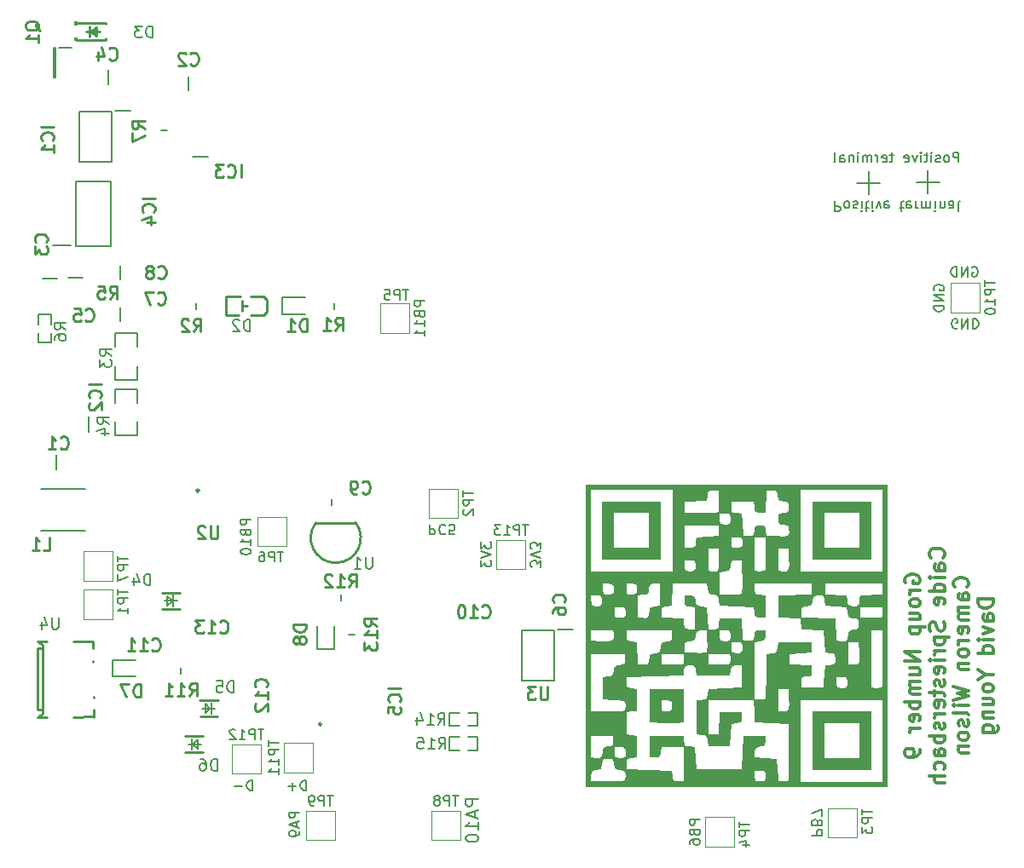
<source format=gbo>
%TF.GenerationSoftware,KiCad,Pcbnew,(6.0.2-0)*%
%TF.CreationDate,2022-04-11T13:22:43+02:00*%
%TF.ProjectId,main,6d61696e-2e6b-4696-9361-645f70636258,rev?*%
%TF.SameCoordinates,Original*%
%TF.FileFunction,Legend,Bot*%
%TF.FilePolarity,Positive*%
%FSLAX46Y46*%
G04 Gerber Fmt 4.6, Leading zero omitted, Abs format (unit mm)*
G04 Created by KiCad (PCBNEW (6.0.2-0)) date 2022-04-11 13:22:43*
%MOMM*%
%LPD*%
G01*
G04 APERTURE LIST*
%ADD10C,0.150000*%
%ADD11C,0.300000*%
%ADD12C,0.254000*%
%ADD13C,0.152000*%
%ADD14C,0.120000*%
%ADD15C,0.200000*%
%ADD16C,0.250000*%
%ADD17R,1.700000X1.700000*%
%ADD18O,1.700000X1.700000*%
%ADD19C,1.524000*%
%ADD20R,2.500000X2.500000*%
%ADD21R,0.600000X0.620000*%
%ADD22R,0.950000X0.900000*%
%ADD23R,0.900000X0.950000*%
%ADD24R,1.750000X0.950000*%
%ADD25R,1.750000X3.200000*%
%ADD26R,1.701000X1.208000*%
%ADD27R,1.050000X1.820000*%
%ADD28R,1.100000X1.700000*%
%ADD29R,1.525000X0.700000*%
%ADD30R,2.513000X3.402000*%
%ADD31R,1.400000X0.400000*%
%ADD32C,1.300000*%
%ADD33O,2.200000X1.300000*%
%ADD34R,0.806000X0.864000*%
%ADD35R,0.620000X0.600000*%
%ADD36R,1.820000X1.050000*%
%ADD37R,1.250000X0.600000*%
%ADD38R,1.750000X1.050000*%
%ADD39R,0.300000X0.800000*%
%ADD40R,0.800000X0.300000*%
%ADD41R,1.000000X0.300000*%
%ADD42R,0.300000X1.000000*%
%ADD43R,3.350000X3.350000*%
%ADD44R,1.900000X2.200000*%
%ADD45R,0.700000X1.525000*%
%ADD46R,3.402000X2.513000*%
%ADD47R,0.940000X0.730000*%
%ADD48R,0.864000X0.806000*%
%ADD49R,1.525000X0.650000*%
%ADD50R,0.900000X1.600000*%
%ADD51O,0.900000X1.600000*%
%ADD52R,1.200000X0.950000*%
%ADD53R,1.000000X1.250000*%
%ADD54R,0.730000X0.940000*%
G04 APERTURE END LIST*
D10*
X113228380Y-84010714D02*
X112228380Y-84010714D01*
X112228380Y-84391666D01*
X112276000Y-84486904D01*
X112323619Y-84534523D01*
X112418857Y-84582142D01*
X112561714Y-84582142D01*
X112656952Y-84534523D01*
X112704571Y-84486904D01*
X112752190Y-84391666D01*
X112752190Y-84010714D01*
X112704571Y-85344047D02*
X112752190Y-85486904D01*
X112799809Y-85534523D01*
X112895047Y-85582142D01*
X113037904Y-85582142D01*
X113133142Y-85534523D01*
X113180761Y-85486904D01*
X113228380Y-85391666D01*
X113228380Y-85010714D01*
X112228380Y-85010714D01*
X112228380Y-85344047D01*
X112276000Y-85439285D01*
X112323619Y-85486904D01*
X112418857Y-85534523D01*
X112514095Y-85534523D01*
X112609333Y-85486904D01*
X112656952Y-85439285D01*
X112704571Y-85344047D01*
X112704571Y-85010714D01*
X113228380Y-86534523D02*
X113228380Y-85963095D01*
X113228380Y-86248809D02*
X112228380Y-86248809D01*
X112371238Y-86153571D01*
X112466476Y-86058333D01*
X112514095Y-85963095D01*
X112228380Y-87153571D02*
X112228380Y-87248809D01*
X112276000Y-87344047D01*
X112323619Y-87391666D01*
X112418857Y-87439285D01*
X112609333Y-87486904D01*
X112847428Y-87486904D01*
X113037904Y-87439285D01*
X113133142Y-87391666D01*
X113180761Y-87344047D01*
X113228380Y-87248809D01*
X113228380Y-87153571D01*
X113180761Y-87058333D01*
X113133142Y-87010714D01*
X113037904Y-86963095D01*
X112847428Y-86915476D01*
X112609333Y-86915476D01*
X112418857Y-86963095D01*
X112323619Y-87010714D01*
X112276000Y-87058333D01*
X112228380Y-87153571D01*
X142025619Y-88741095D02*
X142025619Y-88122047D01*
X141644666Y-88455380D01*
X141644666Y-88312523D01*
X141597047Y-88217285D01*
X141549428Y-88169666D01*
X141454190Y-88122047D01*
X141216095Y-88122047D01*
X141120857Y-88169666D01*
X141073238Y-88217285D01*
X141025619Y-88312523D01*
X141025619Y-88598238D01*
X141073238Y-88693476D01*
X141120857Y-88741095D01*
X142025619Y-87836333D02*
X141025619Y-87503000D01*
X142025619Y-87169666D01*
X142025619Y-86931571D02*
X142025619Y-86312523D01*
X141644666Y-86645857D01*
X141644666Y-86503000D01*
X141597047Y-86407761D01*
X141549428Y-86360142D01*
X141454190Y-86312523D01*
X141216095Y-86312523D01*
X141120857Y-86360142D01*
X141073238Y-86407761D01*
X141025619Y-86503000D01*
X141025619Y-86788714D01*
X141073238Y-86883952D01*
X141120857Y-86931571D01*
X181602857Y-50464285D02*
X179317142Y-50464285D01*
X180460000Y-51607142D02*
X180460000Y-49321428D01*
X181110000Y-61238095D02*
X181062380Y-61142857D01*
X181062380Y-61000000D01*
X181110000Y-60857142D01*
X181205238Y-60761904D01*
X181300476Y-60714285D01*
X181490952Y-60666666D01*
X181633809Y-60666666D01*
X181824285Y-60714285D01*
X181919523Y-60761904D01*
X182014761Y-60857142D01*
X182062380Y-61000000D01*
X182062380Y-61095238D01*
X182014761Y-61238095D01*
X181967142Y-61285714D01*
X181633809Y-61285714D01*
X181633809Y-61095238D01*
X182062380Y-61714285D02*
X181062380Y-61714285D01*
X182062380Y-62285714D01*
X181062380Y-62285714D01*
X182062380Y-62761904D02*
X181062380Y-62761904D01*
X181062380Y-63000000D01*
X181110000Y-63142857D01*
X181205238Y-63238095D01*
X181300476Y-63285714D01*
X181490952Y-63333333D01*
X181633809Y-63333333D01*
X181824285Y-63285714D01*
X181919523Y-63238095D01*
X182014761Y-63142857D01*
X182062380Y-63000000D01*
X182062380Y-62761904D01*
X136104380Y-86264904D02*
X136104380Y-86883952D01*
X136485333Y-86550619D01*
X136485333Y-86693476D01*
X136532952Y-86788714D01*
X136580571Y-86836333D01*
X136675809Y-86883952D01*
X136913904Y-86883952D01*
X137009142Y-86836333D01*
X137056761Y-86788714D01*
X137104380Y-86693476D01*
X137104380Y-86407761D01*
X137056761Y-86312523D01*
X137009142Y-86264904D01*
X136104380Y-87169666D02*
X137104380Y-87503000D01*
X136104380Y-87836333D01*
X136104380Y-88074428D02*
X136104380Y-88693476D01*
X136485333Y-88360142D01*
X136485333Y-88503000D01*
X136532952Y-88598238D01*
X136580571Y-88645857D01*
X136675809Y-88693476D01*
X136913904Y-88693476D01*
X137009142Y-88645857D01*
X137056761Y-88598238D01*
X137104380Y-88503000D01*
X137104380Y-88217285D01*
X137056761Y-88122047D01*
X137009142Y-88074428D01*
X118054380Y-113133333D02*
X117054380Y-113133333D01*
X117054380Y-113514285D01*
X117102000Y-113609523D01*
X117149619Y-113657142D01*
X117244857Y-113704761D01*
X117387714Y-113704761D01*
X117482952Y-113657142D01*
X117530571Y-113609523D01*
X117578190Y-113514285D01*
X117578190Y-113133333D01*
X117768666Y-114085714D02*
X117768666Y-114561904D01*
X118054380Y-113990476D02*
X117054380Y-114323809D01*
X118054380Y-114657142D01*
X118054380Y-115038095D02*
X118054380Y-115228571D01*
X118006761Y-115323809D01*
X117959142Y-115371428D01*
X117816285Y-115466666D01*
X117625809Y-115514285D01*
X117244857Y-115514285D01*
X117149619Y-115466666D01*
X117102000Y-115419047D01*
X117054380Y-115323809D01*
X117054380Y-115133333D01*
X117102000Y-115038095D01*
X117149619Y-114990476D01*
X117244857Y-114942857D01*
X117482952Y-114942857D01*
X117578190Y-114990476D01*
X117625809Y-115038095D01*
X117673428Y-115133333D01*
X117673428Y-115323809D01*
X117625809Y-115419047D01*
X117578190Y-115466666D01*
X117482952Y-115514285D01*
X130500380Y-62293714D02*
X129500380Y-62293714D01*
X129500380Y-62674666D01*
X129548000Y-62769904D01*
X129595619Y-62817523D01*
X129690857Y-62865142D01*
X129833714Y-62865142D01*
X129928952Y-62817523D01*
X129976571Y-62769904D01*
X130024190Y-62674666D01*
X130024190Y-62293714D01*
X129976571Y-63627047D02*
X130024190Y-63769904D01*
X130071809Y-63817523D01*
X130167047Y-63865142D01*
X130309904Y-63865142D01*
X130405142Y-63817523D01*
X130452761Y-63769904D01*
X130500380Y-63674666D01*
X130500380Y-63293714D01*
X129500380Y-63293714D01*
X129500380Y-63627047D01*
X129548000Y-63722285D01*
X129595619Y-63769904D01*
X129690857Y-63817523D01*
X129786095Y-63817523D01*
X129881333Y-63769904D01*
X129928952Y-63722285D01*
X129976571Y-63627047D01*
X129976571Y-63293714D01*
X130500380Y-64817523D02*
X130500380Y-64246095D01*
X130500380Y-64531809D02*
X129500380Y-64531809D01*
X129643238Y-64436571D01*
X129738476Y-64341333D01*
X129786095Y-64246095D01*
X130500380Y-65769904D02*
X130500380Y-65198476D01*
X130500380Y-65484190D02*
X129500380Y-65484190D01*
X129643238Y-65388952D01*
X129738476Y-65293714D01*
X129786095Y-65198476D01*
X184861904Y-58936000D02*
X184957142Y-58888380D01*
X185100000Y-58888380D01*
X185242857Y-58936000D01*
X185338095Y-59031238D01*
X185385714Y-59126476D01*
X185433333Y-59316952D01*
X185433333Y-59459809D01*
X185385714Y-59650285D01*
X185338095Y-59745523D01*
X185242857Y-59840761D01*
X185100000Y-59888380D01*
X185004761Y-59888380D01*
X184861904Y-59840761D01*
X184814285Y-59793142D01*
X184814285Y-59459809D01*
X185004761Y-59459809D01*
X184385714Y-59888380D02*
X184385714Y-58888380D01*
X183814285Y-59888380D01*
X183814285Y-58888380D01*
X183338095Y-59888380D02*
X183338095Y-58888380D01*
X183100000Y-58888380D01*
X182957142Y-58936000D01*
X182861904Y-59031238D01*
X182814285Y-59126476D01*
X182766666Y-59316952D01*
X182766666Y-59459809D01*
X182814285Y-59650285D01*
X182861904Y-59745523D01*
X182957142Y-59840761D01*
X183100000Y-59888380D01*
X183338095Y-59888380D01*
X168967619Y-115411095D02*
X169967619Y-115411095D01*
X169967619Y-115030142D01*
X169920000Y-114934904D01*
X169872380Y-114887285D01*
X169777142Y-114839666D01*
X169634285Y-114839666D01*
X169539047Y-114887285D01*
X169491428Y-114934904D01*
X169443809Y-115030142D01*
X169443809Y-115411095D01*
X169491428Y-114077761D02*
X169443809Y-113934904D01*
X169396190Y-113887285D01*
X169300952Y-113839666D01*
X169158095Y-113839666D01*
X169062857Y-113887285D01*
X169015238Y-113934904D01*
X168967619Y-114030142D01*
X168967619Y-114411095D01*
X169967619Y-114411095D01*
X169967619Y-114077761D01*
X169920000Y-113982523D01*
X169872380Y-113934904D01*
X169777142Y-113887285D01*
X169681904Y-113887285D01*
X169586666Y-113934904D01*
X169539047Y-113982523D01*
X169491428Y-114077761D01*
X169491428Y-114411095D01*
X169967619Y-113506333D02*
X169967619Y-112839666D01*
X168967619Y-113268238D01*
X157803380Y-113823904D02*
X156803380Y-113823904D01*
X156803380Y-114204857D01*
X156851000Y-114300095D01*
X156898619Y-114347714D01*
X156993857Y-114395333D01*
X157136714Y-114395333D01*
X157231952Y-114347714D01*
X157279571Y-114300095D01*
X157327190Y-114204857D01*
X157327190Y-113823904D01*
X157279571Y-115157238D02*
X157327190Y-115300095D01*
X157374809Y-115347714D01*
X157470047Y-115395333D01*
X157612904Y-115395333D01*
X157708142Y-115347714D01*
X157755761Y-115300095D01*
X157803380Y-115204857D01*
X157803380Y-114823904D01*
X156803380Y-114823904D01*
X156803380Y-115157238D01*
X156851000Y-115252476D01*
X156898619Y-115300095D01*
X156993857Y-115347714D01*
X157089095Y-115347714D01*
X157184333Y-115300095D01*
X157231952Y-115252476D01*
X157279571Y-115157238D01*
X157279571Y-114823904D01*
X156803380Y-116252476D02*
X156803380Y-116062000D01*
X156851000Y-115966761D01*
X156898619Y-115919142D01*
X157041476Y-115823904D01*
X157231952Y-115776285D01*
X157612904Y-115776285D01*
X157708142Y-115823904D01*
X157755761Y-115871523D01*
X157803380Y-115966761D01*
X157803380Y-116157238D01*
X157755761Y-116252476D01*
X157708142Y-116300095D01*
X157612904Y-116347714D01*
X157374809Y-116347714D01*
X157279571Y-116300095D01*
X157231952Y-116252476D01*
X157184333Y-116157238D01*
X157184333Y-115966761D01*
X157231952Y-115871523D01*
X157279571Y-115823904D01*
X157374809Y-115776285D01*
X135829523Y-111832571D02*
X134559523Y-111832571D01*
X134559523Y-112316380D01*
X134620000Y-112437333D01*
X134680476Y-112497809D01*
X134801428Y-112558285D01*
X134982857Y-112558285D01*
X135103809Y-112497809D01*
X135164285Y-112437333D01*
X135224761Y-112316380D01*
X135224761Y-111832571D01*
X135466666Y-113042095D02*
X135466666Y-113646857D01*
X135829523Y-112921142D02*
X134559523Y-113344476D01*
X135829523Y-113767809D01*
X135829523Y-114856380D02*
X135829523Y-114130666D01*
X135829523Y-114493523D02*
X134559523Y-114493523D01*
X134740952Y-114372571D01*
X134861904Y-114251619D01*
X134922380Y-114130666D01*
X134559523Y-115642571D02*
X134559523Y-115763523D01*
X134620000Y-115884476D01*
X134680476Y-115944952D01*
X134801428Y-116005428D01*
X135043333Y-116065904D01*
X135345714Y-116065904D01*
X135587619Y-116005428D01*
X135708571Y-115944952D01*
X135769047Y-115884476D01*
X135829523Y-115763523D01*
X135829523Y-115642571D01*
X135769047Y-115521619D01*
X135708571Y-115461142D01*
X135587619Y-115400666D01*
X135345714Y-115340190D01*
X135043333Y-115340190D01*
X134801428Y-115400666D01*
X134680476Y-115461142D01*
X134620000Y-115521619D01*
X134559523Y-115642571D01*
X118736952Y-110942380D02*
X118736952Y-109942380D01*
X118498857Y-109942380D01*
X118356000Y-109990000D01*
X118260761Y-110085238D01*
X118213142Y-110180476D01*
X118165523Y-110370952D01*
X118165523Y-110513809D01*
X118213142Y-110704285D01*
X118260761Y-110799523D01*
X118356000Y-110894761D01*
X118498857Y-110942380D01*
X118736952Y-110942380D01*
X117736952Y-110561428D02*
X116975047Y-110561428D01*
X117356000Y-110942380D02*
X117356000Y-110180476D01*
X175702857Y-50564285D02*
X173417142Y-50564285D01*
X174560000Y-51707142D02*
X174560000Y-49421428D01*
X183526666Y-48502380D02*
X183526666Y-47502380D01*
X183145714Y-47502380D01*
X183050476Y-47550000D01*
X183002857Y-47597619D01*
X182955238Y-47692857D01*
X182955238Y-47835714D01*
X183002857Y-47930952D01*
X183050476Y-47978571D01*
X183145714Y-48026190D01*
X183526666Y-48026190D01*
X182383809Y-48502380D02*
X182479047Y-48454761D01*
X182526666Y-48407142D01*
X182574285Y-48311904D01*
X182574285Y-48026190D01*
X182526666Y-47930952D01*
X182479047Y-47883333D01*
X182383809Y-47835714D01*
X182240952Y-47835714D01*
X182145714Y-47883333D01*
X182098095Y-47930952D01*
X182050476Y-48026190D01*
X182050476Y-48311904D01*
X182098095Y-48407142D01*
X182145714Y-48454761D01*
X182240952Y-48502380D01*
X182383809Y-48502380D01*
X181669523Y-48454761D02*
X181574285Y-48502380D01*
X181383809Y-48502380D01*
X181288571Y-48454761D01*
X181240952Y-48359523D01*
X181240952Y-48311904D01*
X181288571Y-48216666D01*
X181383809Y-48169047D01*
X181526666Y-48169047D01*
X181621904Y-48121428D01*
X181669523Y-48026190D01*
X181669523Y-47978571D01*
X181621904Y-47883333D01*
X181526666Y-47835714D01*
X181383809Y-47835714D01*
X181288571Y-47883333D01*
X180812380Y-48502380D02*
X180812380Y-47835714D01*
X180812380Y-47502380D02*
X180860000Y-47550000D01*
X180812380Y-47597619D01*
X180764761Y-47550000D01*
X180812380Y-47502380D01*
X180812380Y-47597619D01*
X180479047Y-47835714D02*
X180098095Y-47835714D01*
X180336190Y-47502380D02*
X180336190Y-48359523D01*
X180288571Y-48454761D01*
X180193333Y-48502380D01*
X180098095Y-48502380D01*
X179764761Y-48502380D02*
X179764761Y-47835714D01*
X179764761Y-47502380D02*
X179812380Y-47550000D01*
X179764761Y-47597619D01*
X179717142Y-47550000D01*
X179764761Y-47502380D01*
X179764761Y-47597619D01*
X179383809Y-47835714D02*
X179145714Y-48502380D01*
X178907619Y-47835714D01*
X178145714Y-48454761D02*
X178240952Y-48502380D01*
X178431428Y-48502380D01*
X178526666Y-48454761D01*
X178574285Y-48359523D01*
X178574285Y-47978571D01*
X178526666Y-47883333D01*
X178431428Y-47835714D01*
X178240952Y-47835714D01*
X178145714Y-47883333D01*
X178098095Y-47978571D01*
X178098095Y-48073809D01*
X178574285Y-48169047D01*
X177050476Y-47835714D02*
X176669523Y-47835714D01*
X176907619Y-47502380D02*
X176907619Y-48359523D01*
X176860000Y-48454761D01*
X176764761Y-48502380D01*
X176669523Y-48502380D01*
X175955238Y-48454761D02*
X176050476Y-48502380D01*
X176240952Y-48502380D01*
X176336190Y-48454761D01*
X176383809Y-48359523D01*
X176383809Y-47978571D01*
X176336190Y-47883333D01*
X176240952Y-47835714D01*
X176050476Y-47835714D01*
X175955238Y-47883333D01*
X175907619Y-47978571D01*
X175907619Y-48073809D01*
X176383809Y-48169047D01*
X175479047Y-48502380D02*
X175479047Y-47835714D01*
X175479047Y-48026190D02*
X175431428Y-47930952D01*
X175383809Y-47883333D01*
X175288571Y-47835714D01*
X175193333Y-47835714D01*
X174860000Y-48502380D02*
X174860000Y-47835714D01*
X174860000Y-47930952D02*
X174812380Y-47883333D01*
X174717142Y-47835714D01*
X174574285Y-47835714D01*
X174479047Y-47883333D01*
X174431428Y-47978571D01*
X174431428Y-48502380D01*
X174431428Y-47978571D02*
X174383809Y-47883333D01*
X174288571Y-47835714D01*
X174145714Y-47835714D01*
X174050476Y-47883333D01*
X174002857Y-47978571D01*
X174002857Y-48502380D01*
X173526666Y-48502380D02*
X173526666Y-47835714D01*
X173526666Y-47502380D02*
X173574285Y-47550000D01*
X173526666Y-47597619D01*
X173479047Y-47550000D01*
X173526666Y-47502380D01*
X173526666Y-47597619D01*
X173050476Y-47835714D02*
X173050476Y-48502380D01*
X173050476Y-47930952D02*
X173002857Y-47883333D01*
X172907619Y-47835714D01*
X172764761Y-47835714D01*
X172669523Y-47883333D01*
X172621904Y-47978571D01*
X172621904Y-48502380D01*
X171717142Y-48502380D02*
X171717142Y-47978571D01*
X171764761Y-47883333D01*
X171860000Y-47835714D01*
X172050476Y-47835714D01*
X172145714Y-47883333D01*
X171717142Y-48454761D02*
X171812380Y-48502380D01*
X172050476Y-48502380D01*
X172145714Y-48454761D01*
X172193333Y-48359523D01*
X172193333Y-48264285D01*
X172145714Y-48169047D01*
X172050476Y-48121428D01*
X171812380Y-48121428D01*
X171717142Y-48073809D01*
X171098095Y-48502380D02*
X171193333Y-48454761D01*
X171240952Y-48359523D01*
X171240952Y-47502380D01*
X113402952Y-110942380D02*
X113402952Y-109942380D01*
X113164857Y-109942380D01*
X113022000Y-109990000D01*
X112926761Y-110085238D01*
X112879142Y-110180476D01*
X112831523Y-110370952D01*
X112831523Y-110513809D01*
X112879142Y-110704285D01*
X112926761Y-110799523D01*
X113022000Y-110894761D01*
X113164857Y-110942380D01*
X113402952Y-110942380D01*
X112402952Y-110561428D02*
X111641047Y-110561428D01*
D11*
X178253500Y-90337714D02*
X178182071Y-90194857D01*
X178182071Y-89980571D01*
X178253500Y-89766285D01*
X178396357Y-89623428D01*
X178539214Y-89552000D01*
X178824928Y-89480571D01*
X179039214Y-89480571D01*
X179324928Y-89552000D01*
X179467785Y-89623428D01*
X179610642Y-89766285D01*
X179682071Y-89980571D01*
X179682071Y-90123428D01*
X179610642Y-90337714D01*
X179539214Y-90409142D01*
X179039214Y-90409142D01*
X179039214Y-90123428D01*
X179682071Y-91052000D02*
X178682071Y-91052000D01*
X178967785Y-91052000D02*
X178824928Y-91123428D01*
X178753500Y-91194857D01*
X178682071Y-91337714D01*
X178682071Y-91480571D01*
X179682071Y-92194857D02*
X179610642Y-92052000D01*
X179539214Y-91980571D01*
X179396357Y-91909142D01*
X178967785Y-91909142D01*
X178824928Y-91980571D01*
X178753500Y-92052000D01*
X178682071Y-92194857D01*
X178682071Y-92409142D01*
X178753500Y-92552000D01*
X178824928Y-92623428D01*
X178967785Y-92694857D01*
X179396357Y-92694857D01*
X179539214Y-92623428D01*
X179610642Y-92552000D01*
X179682071Y-92409142D01*
X179682071Y-92194857D01*
X178682071Y-93980571D02*
X179682071Y-93980571D01*
X178682071Y-93337714D02*
X179467785Y-93337714D01*
X179610642Y-93409142D01*
X179682071Y-93552000D01*
X179682071Y-93766285D01*
X179610642Y-93909142D01*
X179539214Y-93980571D01*
X178682071Y-94694857D02*
X180182071Y-94694857D01*
X178753500Y-94694857D02*
X178682071Y-94837714D01*
X178682071Y-95123428D01*
X178753500Y-95266285D01*
X178824928Y-95337714D01*
X178967785Y-95409142D01*
X179396357Y-95409142D01*
X179539214Y-95337714D01*
X179610642Y-95266285D01*
X179682071Y-95123428D01*
X179682071Y-94837714D01*
X179610642Y-94694857D01*
X179682071Y-97194857D02*
X178182071Y-97194857D01*
X179682071Y-98052000D01*
X178182071Y-98052000D01*
X178682071Y-99409142D02*
X179682071Y-99409142D01*
X178682071Y-98766285D02*
X179467785Y-98766285D01*
X179610642Y-98837714D01*
X179682071Y-98980571D01*
X179682071Y-99194857D01*
X179610642Y-99337714D01*
X179539214Y-99409142D01*
X179682071Y-100123428D02*
X178682071Y-100123428D01*
X178824928Y-100123428D02*
X178753500Y-100194857D01*
X178682071Y-100337714D01*
X178682071Y-100552000D01*
X178753500Y-100694857D01*
X178896357Y-100766285D01*
X179682071Y-100766285D01*
X178896357Y-100766285D02*
X178753500Y-100837714D01*
X178682071Y-100980571D01*
X178682071Y-101194857D01*
X178753500Y-101337714D01*
X178896357Y-101409142D01*
X179682071Y-101409142D01*
X179682071Y-102123428D02*
X178182071Y-102123428D01*
X178753500Y-102123428D02*
X178682071Y-102266285D01*
X178682071Y-102552000D01*
X178753500Y-102694857D01*
X178824928Y-102766285D01*
X178967785Y-102837714D01*
X179396357Y-102837714D01*
X179539214Y-102766285D01*
X179610642Y-102694857D01*
X179682071Y-102552000D01*
X179682071Y-102266285D01*
X179610642Y-102123428D01*
X179610642Y-104052000D02*
X179682071Y-103909142D01*
X179682071Y-103623428D01*
X179610642Y-103480571D01*
X179467785Y-103409142D01*
X178896357Y-103409142D01*
X178753500Y-103480571D01*
X178682071Y-103623428D01*
X178682071Y-103909142D01*
X178753500Y-104052000D01*
X178896357Y-104123428D01*
X179039214Y-104123428D01*
X179182071Y-103409142D01*
X179682071Y-104766285D02*
X178682071Y-104766285D01*
X178967785Y-104766285D02*
X178824928Y-104837714D01*
X178753500Y-104909142D01*
X178682071Y-105052000D01*
X178682071Y-105194857D01*
X179682071Y-106909142D02*
X179682071Y-107194857D01*
X179610642Y-107337714D01*
X179539214Y-107409142D01*
X179324928Y-107552000D01*
X179039214Y-107623428D01*
X178467785Y-107623428D01*
X178324928Y-107552000D01*
X178253500Y-107480571D01*
X178182071Y-107337714D01*
X178182071Y-107052000D01*
X178253500Y-106909142D01*
X178324928Y-106837714D01*
X178467785Y-106766285D01*
X178824928Y-106766285D01*
X178967785Y-106837714D01*
X179039214Y-106909142D01*
X179110642Y-107052000D01*
X179110642Y-107337714D01*
X179039214Y-107480571D01*
X178967785Y-107552000D01*
X178824928Y-107623428D01*
X181954214Y-87802000D02*
X182025642Y-87730571D01*
X182097071Y-87516285D01*
X182097071Y-87373428D01*
X182025642Y-87159142D01*
X181882785Y-87016285D01*
X181739928Y-86944857D01*
X181454214Y-86873428D01*
X181239928Y-86873428D01*
X180954214Y-86944857D01*
X180811357Y-87016285D01*
X180668500Y-87159142D01*
X180597071Y-87373428D01*
X180597071Y-87516285D01*
X180668500Y-87730571D01*
X180739928Y-87802000D01*
X182097071Y-89087714D02*
X181311357Y-89087714D01*
X181168500Y-89016285D01*
X181097071Y-88873428D01*
X181097071Y-88587714D01*
X181168500Y-88444857D01*
X182025642Y-89087714D02*
X182097071Y-88944857D01*
X182097071Y-88587714D01*
X182025642Y-88444857D01*
X181882785Y-88373428D01*
X181739928Y-88373428D01*
X181597071Y-88444857D01*
X181525642Y-88587714D01*
X181525642Y-88944857D01*
X181454214Y-89087714D01*
X182097071Y-89802000D02*
X181097071Y-89802000D01*
X180597071Y-89802000D02*
X180668500Y-89730571D01*
X180739928Y-89802000D01*
X180668500Y-89873428D01*
X180597071Y-89802000D01*
X180739928Y-89802000D01*
X182097071Y-91159142D02*
X180597071Y-91159142D01*
X182025642Y-91159142D02*
X182097071Y-91016285D01*
X182097071Y-90730571D01*
X182025642Y-90587714D01*
X181954214Y-90516285D01*
X181811357Y-90444857D01*
X181382785Y-90444857D01*
X181239928Y-90516285D01*
X181168500Y-90587714D01*
X181097071Y-90730571D01*
X181097071Y-91016285D01*
X181168500Y-91159142D01*
X182025642Y-92444857D02*
X182097071Y-92302000D01*
X182097071Y-92016285D01*
X182025642Y-91873428D01*
X181882785Y-91802000D01*
X181311357Y-91802000D01*
X181168500Y-91873428D01*
X181097071Y-92016285D01*
X181097071Y-92302000D01*
X181168500Y-92444857D01*
X181311357Y-92516285D01*
X181454214Y-92516285D01*
X181597071Y-91802000D01*
X182025642Y-94230571D02*
X182097071Y-94444857D01*
X182097071Y-94802000D01*
X182025642Y-94944857D01*
X181954214Y-95016285D01*
X181811357Y-95087714D01*
X181668500Y-95087714D01*
X181525642Y-95016285D01*
X181454214Y-94944857D01*
X181382785Y-94802000D01*
X181311357Y-94516285D01*
X181239928Y-94373428D01*
X181168500Y-94302000D01*
X181025642Y-94230571D01*
X180882785Y-94230571D01*
X180739928Y-94302000D01*
X180668500Y-94373428D01*
X180597071Y-94516285D01*
X180597071Y-94873428D01*
X180668500Y-95087714D01*
X181097071Y-95730571D02*
X182597071Y-95730571D01*
X181168500Y-95730571D02*
X181097071Y-95873428D01*
X181097071Y-96159142D01*
X181168500Y-96302000D01*
X181239928Y-96373428D01*
X181382785Y-96444857D01*
X181811357Y-96444857D01*
X181954214Y-96373428D01*
X182025642Y-96302000D01*
X182097071Y-96159142D01*
X182097071Y-95873428D01*
X182025642Y-95730571D01*
X182097071Y-97087714D02*
X181097071Y-97087714D01*
X181382785Y-97087714D02*
X181239928Y-97159142D01*
X181168500Y-97230571D01*
X181097071Y-97373428D01*
X181097071Y-97516285D01*
X182097071Y-98016285D02*
X181097071Y-98016285D01*
X180597071Y-98016285D02*
X180668500Y-97944857D01*
X180739928Y-98016285D01*
X180668500Y-98087714D01*
X180597071Y-98016285D01*
X180739928Y-98016285D01*
X182025642Y-99302000D02*
X182097071Y-99159142D01*
X182097071Y-98873428D01*
X182025642Y-98730571D01*
X181882785Y-98659142D01*
X181311357Y-98659142D01*
X181168500Y-98730571D01*
X181097071Y-98873428D01*
X181097071Y-99159142D01*
X181168500Y-99302000D01*
X181311357Y-99373428D01*
X181454214Y-99373428D01*
X181597071Y-98659142D01*
X182025642Y-99944857D02*
X182097071Y-100087714D01*
X182097071Y-100373428D01*
X182025642Y-100516285D01*
X181882785Y-100587714D01*
X181811357Y-100587714D01*
X181668500Y-100516285D01*
X181597071Y-100373428D01*
X181597071Y-100159142D01*
X181525642Y-100016285D01*
X181382785Y-99944857D01*
X181311357Y-99944857D01*
X181168500Y-100016285D01*
X181097071Y-100159142D01*
X181097071Y-100373428D01*
X181168500Y-100516285D01*
X181097071Y-101016285D02*
X181097071Y-101587714D01*
X180597071Y-101230571D02*
X181882785Y-101230571D01*
X182025642Y-101302000D01*
X182097071Y-101444857D01*
X182097071Y-101587714D01*
X182025642Y-102659142D02*
X182097071Y-102516285D01*
X182097071Y-102230571D01*
X182025642Y-102087714D01*
X181882785Y-102016285D01*
X181311357Y-102016285D01*
X181168500Y-102087714D01*
X181097071Y-102230571D01*
X181097071Y-102516285D01*
X181168500Y-102659142D01*
X181311357Y-102730571D01*
X181454214Y-102730571D01*
X181597071Y-102016285D01*
X182097071Y-103373428D02*
X181097071Y-103373428D01*
X181382785Y-103373428D02*
X181239928Y-103444857D01*
X181168500Y-103516285D01*
X181097071Y-103659142D01*
X181097071Y-103802000D01*
X182025642Y-104230571D02*
X182097071Y-104373428D01*
X182097071Y-104659142D01*
X182025642Y-104802000D01*
X181882785Y-104873428D01*
X181811357Y-104873428D01*
X181668500Y-104802000D01*
X181597071Y-104659142D01*
X181597071Y-104444857D01*
X181525642Y-104302000D01*
X181382785Y-104230571D01*
X181311357Y-104230571D01*
X181168500Y-104302000D01*
X181097071Y-104444857D01*
X181097071Y-104659142D01*
X181168500Y-104802000D01*
X182097071Y-105516285D02*
X180597071Y-105516285D01*
X181168500Y-105516285D02*
X181097071Y-105659142D01*
X181097071Y-105944857D01*
X181168500Y-106087714D01*
X181239928Y-106159142D01*
X181382785Y-106230571D01*
X181811357Y-106230571D01*
X181954214Y-106159142D01*
X182025642Y-106087714D01*
X182097071Y-105944857D01*
X182097071Y-105659142D01*
X182025642Y-105516285D01*
X182097071Y-107516285D02*
X181311357Y-107516285D01*
X181168500Y-107444857D01*
X181097071Y-107302000D01*
X181097071Y-107016285D01*
X181168500Y-106873428D01*
X182025642Y-107516285D02*
X182097071Y-107373428D01*
X182097071Y-107016285D01*
X182025642Y-106873428D01*
X181882785Y-106802000D01*
X181739928Y-106802000D01*
X181597071Y-106873428D01*
X181525642Y-107016285D01*
X181525642Y-107373428D01*
X181454214Y-107516285D01*
X182025642Y-108873428D02*
X182097071Y-108730571D01*
X182097071Y-108444857D01*
X182025642Y-108302000D01*
X181954214Y-108230571D01*
X181811357Y-108159142D01*
X181382785Y-108159142D01*
X181239928Y-108230571D01*
X181168500Y-108302000D01*
X181097071Y-108444857D01*
X181097071Y-108730571D01*
X181168500Y-108873428D01*
X182097071Y-109516285D02*
X180597071Y-109516285D01*
X182097071Y-110159142D02*
X181311357Y-110159142D01*
X181168500Y-110087714D01*
X181097071Y-109944857D01*
X181097071Y-109730571D01*
X181168500Y-109587714D01*
X181239928Y-109516285D01*
X184369214Y-90730571D02*
X184440642Y-90659142D01*
X184512071Y-90444857D01*
X184512071Y-90302000D01*
X184440642Y-90087714D01*
X184297785Y-89944857D01*
X184154928Y-89873428D01*
X183869214Y-89802000D01*
X183654928Y-89802000D01*
X183369214Y-89873428D01*
X183226357Y-89944857D01*
X183083500Y-90087714D01*
X183012071Y-90302000D01*
X183012071Y-90444857D01*
X183083500Y-90659142D01*
X183154928Y-90730571D01*
X184512071Y-92016285D02*
X183726357Y-92016285D01*
X183583500Y-91944857D01*
X183512071Y-91802000D01*
X183512071Y-91516285D01*
X183583500Y-91373428D01*
X184440642Y-92016285D02*
X184512071Y-91873428D01*
X184512071Y-91516285D01*
X184440642Y-91373428D01*
X184297785Y-91302000D01*
X184154928Y-91302000D01*
X184012071Y-91373428D01*
X183940642Y-91516285D01*
X183940642Y-91873428D01*
X183869214Y-92016285D01*
X184512071Y-92730571D02*
X183512071Y-92730571D01*
X183654928Y-92730571D02*
X183583500Y-92802000D01*
X183512071Y-92944857D01*
X183512071Y-93159142D01*
X183583500Y-93302000D01*
X183726357Y-93373428D01*
X184512071Y-93373428D01*
X183726357Y-93373428D02*
X183583500Y-93444857D01*
X183512071Y-93587714D01*
X183512071Y-93802000D01*
X183583500Y-93944857D01*
X183726357Y-94016285D01*
X184512071Y-94016285D01*
X184440642Y-95302000D02*
X184512071Y-95159142D01*
X184512071Y-94873428D01*
X184440642Y-94730571D01*
X184297785Y-94659142D01*
X183726357Y-94659142D01*
X183583500Y-94730571D01*
X183512071Y-94873428D01*
X183512071Y-95159142D01*
X183583500Y-95302000D01*
X183726357Y-95373428D01*
X183869214Y-95373428D01*
X184012071Y-94659142D01*
X184512071Y-96016285D02*
X183512071Y-96016285D01*
X183797785Y-96016285D02*
X183654928Y-96087714D01*
X183583500Y-96159142D01*
X183512071Y-96302000D01*
X183512071Y-96444857D01*
X184512071Y-97159142D02*
X184440642Y-97016285D01*
X184369214Y-96944857D01*
X184226357Y-96873428D01*
X183797785Y-96873428D01*
X183654928Y-96944857D01*
X183583500Y-97016285D01*
X183512071Y-97159142D01*
X183512071Y-97373428D01*
X183583500Y-97516285D01*
X183654928Y-97587714D01*
X183797785Y-97659142D01*
X184226357Y-97659142D01*
X184369214Y-97587714D01*
X184440642Y-97516285D01*
X184512071Y-97373428D01*
X184512071Y-97159142D01*
X183512071Y-98302000D02*
X184512071Y-98302000D01*
X183654928Y-98302000D02*
X183583500Y-98373428D01*
X183512071Y-98516285D01*
X183512071Y-98730571D01*
X183583500Y-98873428D01*
X183726357Y-98944857D01*
X184512071Y-98944857D01*
X183012071Y-100659142D02*
X184512071Y-101016285D01*
X183440642Y-101302000D01*
X184512071Y-101587714D01*
X183012071Y-101944857D01*
X184512071Y-102516285D02*
X183512071Y-102516285D01*
X183012071Y-102516285D02*
X183083500Y-102444857D01*
X183154928Y-102516285D01*
X183083500Y-102587714D01*
X183012071Y-102516285D01*
X183154928Y-102516285D01*
X184512071Y-103444857D02*
X184440642Y-103302000D01*
X184297785Y-103230571D01*
X183012071Y-103230571D01*
X184440642Y-103944857D02*
X184512071Y-104087714D01*
X184512071Y-104373428D01*
X184440642Y-104516285D01*
X184297785Y-104587714D01*
X184226357Y-104587714D01*
X184083500Y-104516285D01*
X184012071Y-104373428D01*
X184012071Y-104159142D01*
X183940642Y-104016285D01*
X183797785Y-103944857D01*
X183726357Y-103944857D01*
X183583500Y-104016285D01*
X183512071Y-104159142D01*
X183512071Y-104373428D01*
X183583500Y-104516285D01*
X184512071Y-105444857D02*
X184440642Y-105302000D01*
X184369214Y-105230571D01*
X184226357Y-105159142D01*
X183797785Y-105159142D01*
X183654928Y-105230571D01*
X183583500Y-105302000D01*
X183512071Y-105444857D01*
X183512071Y-105659142D01*
X183583500Y-105802000D01*
X183654928Y-105873428D01*
X183797785Y-105944857D01*
X184226357Y-105944857D01*
X184369214Y-105873428D01*
X184440642Y-105802000D01*
X184512071Y-105659142D01*
X184512071Y-105444857D01*
X183512071Y-106587714D02*
X184512071Y-106587714D01*
X183654928Y-106587714D02*
X183583500Y-106659142D01*
X183512071Y-106802000D01*
X183512071Y-107016285D01*
X183583500Y-107159142D01*
X183726357Y-107230571D01*
X184512071Y-107230571D01*
X186927071Y-91944857D02*
X185427071Y-91944857D01*
X185427071Y-92302000D01*
X185498500Y-92516285D01*
X185641357Y-92659142D01*
X185784214Y-92730571D01*
X186069928Y-92802000D01*
X186284214Y-92802000D01*
X186569928Y-92730571D01*
X186712785Y-92659142D01*
X186855642Y-92516285D01*
X186927071Y-92302000D01*
X186927071Y-91944857D01*
X186927071Y-94087714D02*
X186141357Y-94087714D01*
X185998500Y-94016285D01*
X185927071Y-93873428D01*
X185927071Y-93587714D01*
X185998500Y-93444857D01*
X186855642Y-94087714D02*
X186927071Y-93944857D01*
X186927071Y-93587714D01*
X186855642Y-93444857D01*
X186712785Y-93373428D01*
X186569928Y-93373428D01*
X186427071Y-93444857D01*
X186355642Y-93587714D01*
X186355642Y-93944857D01*
X186284214Y-94087714D01*
X185927071Y-94659142D02*
X186927071Y-95016285D01*
X185927071Y-95373428D01*
X186927071Y-95944857D02*
X185927071Y-95944857D01*
X185427071Y-95944857D02*
X185498500Y-95873428D01*
X185569928Y-95944857D01*
X185498500Y-96016285D01*
X185427071Y-95944857D01*
X185569928Y-95944857D01*
X186927071Y-97302000D02*
X185427071Y-97302000D01*
X186855642Y-97302000D02*
X186927071Y-97159142D01*
X186927071Y-96873428D01*
X186855642Y-96730571D01*
X186784214Y-96659142D01*
X186641357Y-96587714D01*
X186212785Y-96587714D01*
X186069928Y-96659142D01*
X185998500Y-96730571D01*
X185927071Y-96873428D01*
X185927071Y-97159142D01*
X185998500Y-97302000D01*
X186212785Y-99444857D02*
X186927071Y-99444857D01*
X185427071Y-98944857D02*
X186212785Y-99444857D01*
X185427071Y-99944857D01*
X186927071Y-100659142D02*
X186855642Y-100516285D01*
X186784214Y-100444857D01*
X186641357Y-100373428D01*
X186212785Y-100373428D01*
X186069928Y-100444857D01*
X185998500Y-100516285D01*
X185927071Y-100659142D01*
X185927071Y-100873428D01*
X185998500Y-101016285D01*
X186069928Y-101087714D01*
X186212785Y-101159142D01*
X186641357Y-101159142D01*
X186784214Y-101087714D01*
X186855642Y-101016285D01*
X186927071Y-100873428D01*
X186927071Y-100659142D01*
X185927071Y-102444857D02*
X186927071Y-102444857D01*
X185927071Y-101802000D02*
X186712785Y-101802000D01*
X186855642Y-101873428D01*
X186927071Y-102016285D01*
X186927071Y-102230571D01*
X186855642Y-102373428D01*
X186784214Y-102444857D01*
X185927071Y-103159142D02*
X186927071Y-103159142D01*
X186069928Y-103159142D02*
X185998500Y-103230571D01*
X185927071Y-103373428D01*
X185927071Y-103587714D01*
X185998500Y-103730571D01*
X186141357Y-103802000D01*
X186927071Y-103802000D01*
X185927071Y-105159142D02*
X187141357Y-105159142D01*
X187284214Y-105087714D01*
X187355642Y-105016285D01*
X187427071Y-104873428D01*
X187427071Y-104659142D01*
X187355642Y-104516285D01*
X186855642Y-105159142D02*
X186927071Y-105016285D01*
X186927071Y-104730571D01*
X186855642Y-104587714D01*
X186784214Y-104516285D01*
X186641357Y-104444857D01*
X186212785Y-104444857D01*
X186069928Y-104516285D01*
X185998500Y-104587714D01*
X185927071Y-104730571D01*
X185927071Y-105016285D01*
X185998500Y-105159142D01*
D10*
X171193333Y-52397619D02*
X171193333Y-53397619D01*
X171574285Y-53397619D01*
X171669523Y-53350000D01*
X171717142Y-53302380D01*
X171764761Y-53207142D01*
X171764761Y-53064285D01*
X171717142Y-52969047D01*
X171669523Y-52921428D01*
X171574285Y-52873809D01*
X171193333Y-52873809D01*
X172336190Y-52397619D02*
X172240952Y-52445238D01*
X172193333Y-52492857D01*
X172145714Y-52588095D01*
X172145714Y-52873809D01*
X172193333Y-52969047D01*
X172240952Y-53016666D01*
X172336190Y-53064285D01*
X172479047Y-53064285D01*
X172574285Y-53016666D01*
X172621904Y-52969047D01*
X172669523Y-52873809D01*
X172669523Y-52588095D01*
X172621904Y-52492857D01*
X172574285Y-52445238D01*
X172479047Y-52397619D01*
X172336190Y-52397619D01*
X173050476Y-52445238D02*
X173145714Y-52397619D01*
X173336190Y-52397619D01*
X173431428Y-52445238D01*
X173479047Y-52540476D01*
X173479047Y-52588095D01*
X173431428Y-52683333D01*
X173336190Y-52730952D01*
X173193333Y-52730952D01*
X173098095Y-52778571D01*
X173050476Y-52873809D01*
X173050476Y-52921428D01*
X173098095Y-53016666D01*
X173193333Y-53064285D01*
X173336190Y-53064285D01*
X173431428Y-53016666D01*
X173907619Y-52397619D02*
X173907619Y-53064285D01*
X173907619Y-53397619D02*
X173860000Y-53350000D01*
X173907619Y-53302380D01*
X173955238Y-53350000D01*
X173907619Y-53397619D01*
X173907619Y-53302380D01*
X174240952Y-53064285D02*
X174621904Y-53064285D01*
X174383809Y-53397619D02*
X174383809Y-52540476D01*
X174431428Y-52445238D01*
X174526666Y-52397619D01*
X174621904Y-52397619D01*
X174955238Y-52397619D02*
X174955238Y-53064285D01*
X174955238Y-53397619D02*
X174907619Y-53350000D01*
X174955238Y-53302380D01*
X175002857Y-53350000D01*
X174955238Y-53397619D01*
X174955238Y-53302380D01*
X175336190Y-53064285D02*
X175574285Y-52397619D01*
X175812380Y-53064285D01*
X176574285Y-52445238D02*
X176479047Y-52397619D01*
X176288571Y-52397619D01*
X176193333Y-52445238D01*
X176145714Y-52540476D01*
X176145714Y-52921428D01*
X176193333Y-53016666D01*
X176288571Y-53064285D01*
X176479047Y-53064285D01*
X176574285Y-53016666D01*
X176621904Y-52921428D01*
X176621904Y-52826190D01*
X176145714Y-52730952D01*
X177669523Y-53064285D02*
X178050476Y-53064285D01*
X177812380Y-53397619D02*
X177812380Y-52540476D01*
X177860000Y-52445238D01*
X177955238Y-52397619D01*
X178050476Y-52397619D01*
X178764761Y-52445238D02*
X178669523Y-52397619D01*
X178479047Y-52397619D01*
X178383809Y-52445238D01*
X178336190Y-52540476D01*
X178336190Y-52921428D01*
X178383809Y-53016666D01*
X178479047Y-53064285D01*
X178669523Y-53064285D01*
X178764761Y-53016666D01*
X178812380Y-52921428D01*
X178812380Y-52826190D01*
X178336190Y-52730952D01*
X179240952Y-52397619D02*
X179240952Y-53064285D01*
X179240952Y-52873809D02*
X179288571Y-52969047D01*
X179336190Y-53016666D01*
X179431428Y-53064285D01*
X179526666Y-53064285D01*
X179860000Y-52397619D02*
X179860000Y-53064285D01*
X179860000Y-52969047D02*
X179907619Y-53016666D01*
X180002857Y-53064285D01*
X180145714Y-53064285D01*
X180240952Y-53016666D01*
X180288571Y-52921428D01*
X180288571Y-52397619D01*
X180288571Y-52921428D02*
X180336190Y-53016666D01*
X180431428Y-53064285D01*
X180574285Y-53064285D01*
X180669523Y-53016666D01*
X180717142Y-52921428D01*
X180717142Y-52397619D01*
X181193333Y-52397619D02*
X181193333Y-53064285D01*
X181193333Y-53397619D02*
X181145714Y-53350000D01*
X181193333Y-53302380D01*
X181240952Y-53350000D01*
X181193333Y-53397619D01*
X181193333Y-53302380D01*
X181669523Y-53064285D02*
X181669523Y-52397619D01*
X181669523Y-52969047D02*
X181717142Y-53016666D01*
X181812380Y-53064285D01*
X181955238Y-53064285D01*
X182050476Y-53016666D01*
X182098095Y-52921428D01*
X182098095Y-52397619D01*
X183002857Y-52397619D02*
X183002857Y-52921428D01*
X182955238Y-53016666D01*
X182860000Y-53064285D01*
X182669523Y-53064285D01*
X182574285Y-53016666D01*
X183002857Y-52445238D02*
X182907619Y-52397619D01*
X182669523Y-52397619D01*
X182574285Y-52445238D01*
X182526666Y-52540476D01*
X182526666Y-52635714D01*
X182574285Y-52730952D01*
X182669523Y-52778571D01*
X182907619Y-52778571D01*
X183002857Y-52826190D01*
X183621904Y-52397619D02*
X183526666Y-52445238D01*
X183479047Y-52540476D01*
X183479047Y-53397619D01*
X183388095Y-65016000D02*
X183292857Y-65063619D01*
X183150000Y-65063619D01*
X183007142Y-65016000D01*
X182911904Y-64920761D01*
X182864285Y-64825523D01*
X182816666Y-64635047D01*
X182816666Y-64492190D01*
X182864285Y-64301714D01*
X182911904Y-64206476D01*
X183007142Y-64111238D01*
X183150000Y-64063619D01*
X183245238Y-64063619D01*
X183388095Y-64111238D01*
X183435714Y-64158857D01*
X183435714Y-64492190D01*
X183245238Y-64492190D01*
X183864285Y-64063619D02*
X183864285Y-65063619D01*
X184435714Y-64063619D01*
X184435714Y-65063619D01*
X184911904Y-64063619D02*
X184911904Y-65063619D01*
X185150000Y-65063619D01*
X185292857Y-65016000D01*
X185388095Y-64920761D01*
X185435714Y-64825523D01*
X185483333Y-64635047D01*
X185483333Y-64492190D01*
X185435714Y-64301714D01*
X185388095Y-64206476D01*
X185292857Y-64111238D01*
X185150000Y-64063619D01*
X184911904Y-64063619D01*
X130968904Y-84510619D02*
X130968904Y-85510619D01*
X131349857Y-85510619D01*
X131445095Y-85463000D01*
X131492714Y-85415380D01*
X131540333Y-85320142D01*
X131540333Y-85177285D01*
X131492714Y-85082047D01*
X131445095Y-85034428D01*
X131349857Y-84986809D01*
X130968904Y-84986809D01*
X132540333Y-84605857D02*
X132492714Y-84558238D01*
X132349857Y-84510619D01*
X132254619Y-84510619D01*
X132111761Y-84558238D01*
X132016523Y-84653476D01*
X131968904Y-84748714D01*
X131921285Y-84939190D01*
X131921285Y-85082047D01*
X131968904Y-85272523D01*
X132016523Y-85367761D01*
X132111761Y-85463000D01*
X132254619Y-85510619D01*
X132349857Y-85510619D01*
X132492714Y-85463000D01*
X132540333Y-85415380D01*
X133445095Y-85510619D02*
X132968904Y-85510619D01*
X132921285Y-85034428D01*
X132968904Y-85082047D01*
X133064142Y-85129666D01*
X133302238Y-85129666D01*
X133397476Y-85082047D01*
X133445095Y-85034428D01*
X133492714Y-84939190D01*
X133492714Y-84701095D01*
X133445095Y-84605857D01*
X133397476Y-84558238D01*
X133302238Y-84510619D01*
X133064142Y-84510619D01*
X132968904Y-84558238D01*
X132921285Y-84605857D01*
%TO.C,TP12*%
X114514095Y-104864380D02*
X113942666Y-104864380D01*
X114228380Y-105864380D02*
X114228380Y-104864380D01*
X113609333Y-105864380D02*
X113609333Y-104864380D01*
X113228380Y-104864380D01*
X113133142Y-104912000D01*
X113085523Y-104959619D01*
X113037904Y-105054857D01*
X113037904Y-105197714D01*
X113085523Y-105292952D01*
X113133142Y-105340571D01*
X113228380Y-105388190D01*
X113609333Y-105388190D01*
X112085523Y-105864380D02*
X112656952Y-105864380D01*
X112371238Y-105864380D02*
X112371238Y-104864380D01*
X112466476Y-105007238D01*
X112561714Y-105102476D01*
X112656952Y-105150095D01*
X111704571Y-104959619D02*
X111656952Y-104912000D01*
X111561714Y-104864380D01*
X111323619Y-104864380D01*
X111228380Y-104912000D01*
X111180761Y-104959619D01*
X111133142Y-105054857D01*
X111133142Y-105150095D01*
X111180761Y-105292952D01*
X111752190Y-105864380D01*
X111133142Y-105864380D01*
D12*
%TO.C,C10*%
X136198428Y-93671571D02*
X136258904Y-93732047D01*
X136440333Y-93792523D01*
X136561285Y-93792523D01*
X136742714Y-93732047D01*
X136863666Y-93611095D01*
X136924142Y-93490142D01*
X136984619Y-93248238D01*
X136984619Y-93066809D01*
X136924142Y-92824904D01*
X136863666Y-92703952D01*
X136742714Y-92583000D01*
X136561285Y-92522523D01*
X136440333Y-92522523D01*
X136258904Y-92583000D01*
X136198428Y-92643476D01*
X134988904Y-93792523D02*
X135714619Y-93792523D01*
X135351761Y-93792523D02*
X135351761Y-92522523D01*
X135472714Y-92703952D01*
X135593666Y-92824904D01*
X135714619Y-92885380D01*
X134202714Y-92522523D02*
X134081761Y-92522523D01*
X133960809Y-92583000D01*
X133900333Y-92643476D01*
X133839857Y-92764428D01*
X133779380Y-93006333D01*
X133779380Y-93308714D01*
X133839857Y-93550619D01*
X133900333Y-93671571D01*
X133960809Y-93732047D01*
X134081761Y-93792523D01*
X134202714Y-93792523D01*
X134323666Y-93732047D01*
X134384142Y-93671571D01*
X134444619Y-93550619D01*
X134505095Y-93308714D01*
X134505095Y-93006333D01*
X134444619Y-92764428D01*
X134384142Y-92643476D01*
X134323666Y-92583000D01*
X134202714Y-92522523D01*
%TO.C,R13*%
X125784523Y-94583571D02*
X125179761Y-94160238D01*
X125784523Y-93857857D02*
X124514523Y-93857857D01*
X124514523Y-94341666D01*
X124575000Y-94462619D01*
X124635476Y-94523095D01*
X124756428Y-94583571D01*
X124937857Y-94583571D01*
X125058809Y-94523095D01*
X125119285Y-94462619D01*
X125179761Y-94341666D01*
X125179761Y-93857857D01*
X125784523Y-95793095D02*
X125784523Y-95067380D01*
X125784523Y-95430238D02*
X124514523Y-95430238D01*
X124695952Y-95309285D01*
X124816904Y-95188333D01*
X124877380Y-95067380D01*
X124514523Y-96216428D02*
X124514523Y-97002619D01*
X124998333Y-96579285D01*
X124998333Y-96760714D01*
X125058809Y-96881666D01*
X125119285Y-96942142D01*
X125240238Y-97002619D01*
X125542619Y-97002619D01*
X125663571Y-96942142D01*
X125724047Y-96881666D01*
X125784523Y-96760714D01*
X125784523Y-96397857D01*
X125724047Y-96276904D01*
X125663571Y-96216428D01*
%TO.C,R11*%
X107126428Y-101574523D02*
X107549761Y-100969761D01*
X107852142Y-101574523D02*
X107852142Y-100304523D01*
X107368333Y-100304523D01*
X107247380Y-100365000D01*
X107186904Y-100425476D01*
X107126428Y-100546428D01*
X107126428Y-100727857D01*
X107186904Y-100848809D01*
X107247380Y-100909285D01*
X107368333Y-100969761D01*
X107852142Y-100969761D01*
X105916904Y-101574523D02*
X106642619Y-101574523D01*
X106279761Y-101574523D02*
X106279761Y-100304523D01*
X106400714Y-100485952D01*
X106521666Y-100606904D01*
X106642619Y-100667380D01*
X104707380Y-101574523D02*
X105433095Y-101574523D01*
X105070238Y-101574523D02*
X105070238Y-100304523D01*
X105191190Y-100485952D01*
X105312142Y-100606904D01*
X105433095Y-100667380D01*
%TO.C,IC4*%
X103698523Y-52100238D02*
X102428523Y-52100238D01*
X103577571Y-53430714D02*
X103638047Y-53370238D01*
X103698523Y-53188809D01*
X103698523Y-53067857D01*
X103638047Y-52886428D01*
X103517095Y-52765476D01*
X103396142Y-52705000D01*
X103154238Y-52644523D01*
X102972809Y-52644523D01*
X102730904Y-52705000D01*
X102609952Y-52765476D01*
X102489000Y-52886428D01*
X102428523Y-53067857D01*
X102428523Y-53188809D01*
X102489000Y-53370238D01*
X102549476Y-53430714D01*
X102851857Y-54519285D02*
X103698523Y-54519285D01*
X102368047Y-54216904D02*
X103275190Y-53914523D01*
X103275190Y-54700714D01*
D13*
%TO.C,R3*%
X99377071Y-67774085D02*
X98832785Y-67393085D01*
X99377071Y-67120942D02*
X98234071Y-67120942D01*
X98234071Y-67556371D01*
X98288500Y-67665228D01*
X98342928Y-67719657D01*
X98451785Y-67774085D01*
X98615071Y-67774085D01*
X98723928Y-67719657D01*
X98778357Y-67665228D01*
X98832785Y-67556371D01*
X98832785Y-67120942D01*
X98234071Y-68155085D02*
X98234071Y-68862657D01*
X98669500Y-68481657D01*
X98669500Y-68644942D01*
X98723928Y-68753800D01*
X98778357Y-68808228D01*
X98887214Y-68862657D01*
X99159357Y-68862657D01*
X99268214Y-68808228D01*
X99322642Y-68753800D01*
X99377071Y-68644942D01*
X99377071Y-68318371D01*
X99322642Y-68209514D01*
X99268214Y-68155085D01*
D12*
%TO.C,C4*%
X99171666Y-38253571D02*
X99232142Y-38314047D01*
X99413571Y-38374523D01*
X99534523Y-38374523D01*
X99715952Y-38314047D01*
X99836904Y-38193095D01*
X99897380Y-38072142D01*
X99957857Y-37830238D01*
X99957857Y-37648809D01*
X99897380Y-37406904D01*
X99836904Y-37285952D01*
X99715952Y-37165000D01*
X99534523Y-37104523D01*
X99413571Y-37104523D01*
X99232142Y-37165000D01*
X99171666Y-37225476D01*
X98083095Y-37527857D02*
X98083095Y-38374523D01*
X98385476Y-37044047D02*
X98687857Y-37951190D01*
X97901666Y-37951190D01*
%TO.C,C8*%
X104021666Y-59953571D02*
X104082142Y-60014047D01*
X104263571Y-60074523D01*
X104384523Y-60074523D01*
X104565952Y-60014047D01*
X104686904Y-59893095D01*
X104747380Y-59772142D01*
X104807857Y-59530238D01*
X104807857Y-59348809D01*
X104747380Y-59106904D01*
X104686904Y-58985952D01*
X104565952Y-58865000D01*
X104384523Y-58804523D01*
X104263571Y-58804523D01*
X104082142Y-58865000D01*
X104021666Y-58925476D01*
X103295952Y-59348809D02*
X103416904Y-59288333D01*
X103477380Y-59227857D01*
X103537857Y-59106904D01*
X103537857Y-59046428D01*
X103477380Y-58925476D01*
X103416904Y-58865000D01*
X103295952Y-58804523D01*
X103054047Y-58804523D01*
X102933095Y-58865000D01*
X102872619Y-58925476D01*
X102812142Y-59046428D01*
X102812142Y-59106904D01*
X102872619Y-59227857D01*
X102933095Y-59288333D01*
X103054047Y-59348809D01*
X103295952Y-59348809D01*
X103416904Y-59409285D01*
X103477380Y-59469761D01*
X103537857Y-59590714D01*
X103537857Y-59832619D01*
X103477380Y-59953571D01*
X103416904Y-60014047D01*
X103295952Y-60074523D01*
X103054047Y-60074523D01*
X102933095Y-60014047D01*
X102872619Y-59953571D01*
X102812142Y-59832619D01*
X102812142Y-59590714D01*
X102872619Y-59469761D01*
X102933095Y-59409285D01*
X103054047Y-59348809D01*
D13*
%TO.C,D6*%
X109881228Y-108975071D02*
X109881228Y-107832071D01*
X109609085Y-107832071D01*
X109445800Y-107886500D01*
X109336942Y-107995357D01*
X109282514Y-108104214D01*
X109228085Y-108321928D01*
X109228085Y-108485214D01*
X109282514Y-108702928D01*
X109336942Y-108811785D01*
X109445800Y-108920642D01*
X109609085Y-108975071D01*
X109881228Y-108975071D01*
X108248371Y-107832071D02*
X108466085Y-107832071D01*
X108574942Y-107886500D01*
X108629371Y-107940928D01*
X108738228Y-108104214D01*
X108792657Y-108321928D01*
X108792657Y-108757357D01*
X108738228Y-108866214D01*
X108683800Y-108920642D01*
X108574942Y-108975071D01*
X108357228Y-108975071D01*
X108248371Y-108920642D01*
X108193942Y-108866214D01*
X108139514Y-108757357D01*
X108139514Y-108485214D01*
X108193942Y-108376357D01*
X108248371Y-108321928D01*
X108357228Y-108267500D01*
X108574942Y-108267500D01*
X108683800Y-108321928D01*
X108738228Y-108376357D01*
X108792657Y-108485214D01*
D10*
%TO.C,TP3*%
X173952380Y-112784095D02*
X173952380Y-113355523D01*
X174952380Y-113069809D02*
X173952380Y-113069809D01*
X174952380Y-113688857D02*
X173952380Y-113688857D01*
X173952380Y-114069809D01*
X174000000Y-114165047D01*
X174047619Y-114212666D01*
X174142857Y-114260285D01*
X174285714Y-114260285D01*
X174380952Y-114212666D01*
X174428571Y-114165047D01*
X174476190Y-114069809D01*
X174476190Y-113688857D01*
X173952380Y-114593619D02*
X173952380Y-115212666D01*
X174333333Y-114879333D01*
X174333333Y-115022190D01*
X174380952Y-115117428D01*
X174428571Y-115165047D01*
X174523809Y-115212666D01*
X174761904Y-115212666D01*
X174857142Y-115165047D01*
X174904761Y-115117428D01*
X174952380Y-115022190D01*
X174952380Y-114736476D01*
X174904761Y-114641238D01*
X174857142Y-114593619D01*
D12*
%TO.C,IC3*%
X112249761Y-50024523D02*
X112249761Y-48754523D01*
X110919285Y-49903571D02*
X110979761Y-49964047D01*
X111161190Y-50024523D01*
X111282142Y-50024523D01*
X111463571Y-49964047D01*
X111584523Y-49843095D01*
X111645000Y-49722142D01*
X111705476Y-49480238D01*
X111705476Y-49298809D01*
X111645000Y-49056904D01*
X111584523Y-48935952D01*
X111463571Y-48815000D01*
X111282142Y-48754523D01*
X111161190Y-48754523D01*
X110979761Y-48815000D01*
X110919285Y-48875476D01*
X110495952Y-48754523D02*
X109709761Y-48754523D01*
X110133095Y-49238333D01*
X109951666Y-49238333D01*
X109830714Y-49298809D01*
X109770238Y-49359285D01*
X109709761Y-49480238D01*
X109709761Y-49782619D01*
X109770238Y-49903571D01*
X109830714Y-49964047D01*
X109951666Y-50024523D01*
X110314523Y-50024523D01*
X110435476Y-49964047D01*
X110495952Y-49903571D01*
D13*
%TO.C,U4*%
X94129057Y-93774071D02*
X94129057Y-94699357D01*
X94074628Y-94808214D01*
X94020200Y-94862642D01*
X93911342Y-94917071D01*
X93693628Y-94917071D01*
X93584771Y-94862642D01*
X93530342Y-94808214D01*
X93475914Y-94699357D01*
X93475914Y-93774071D01*
X92441771Y-94155071D02*
X92441771Y-94917071D01*
X92713914Y-93719642D02*
X92986057Y-94536071D01*
X92278485Y-94536071D01*
D12*
%TO.C,D1*%
X118793380Y-65344523D02*
X118793380Y-64074523D01*
X118491000Y-64074523D01*
X118309571Y-64135000D01*
X118188619Y-64255952D01*
X118128142Y-64376904D01*
X118067666Y-64618809D01*
X118067666Y-64800238D01*
X118128142Y-65042142D01*
X118188619Y-65163095D01*
X118309571Y-65284047D01*
X118491000Y-65344523D01*
X118793380Y-65344523D01*
X116858142Y-65344523D02*
X117583857Y-65344523D01*
X117221000Y-65344523D02*
X117221000Y-64074523D01*
X117341952Y-64255952D01*
X117462904Y-64376904D01*
X117583857Y-64437380D01*
D10*
%TO.C,TP4*%
X161758380Y-114054095D02*
X161758380Y-114625523D01*
X162758380Y-114339809D02*
X161758380Y-114339809D01*
X162758380Y-114958857D02*
X161758380Y-114958857D01*
X161758380Y-115339809D01*
X161806000Y-115435047D01*
X161853619Y-115482666D01*
X161948857Y-115530285D01*
X162091714Y-115530285D01*
X162186952Y-115482666D01*
X162234571Y-115435047D01*
X162282190Y-115339809D01*
X162282190Y-114958857D01*
X162091714Y-116387428D02*
X162758380Y-116387428D01*
X161710761Y-116149333D02*
X162425047Y-115911238D01*
X162425047Y-116530285D01*
D13*
%TO.C,R14*%
X131817914Y-104403071D02*
X132198914Y-103858785D01*
X132471057Y-104403071D02*
X132471057Y-103260071D01*
X132035628Y-103260071D01*
X131926771Y-103314500D01*
X131872342Y-103368928D01*
X131817914Y-103477785D01*
X131817914Y-103641071D01*
X131872342Y-103749928D01*
X131926771Y-103804357D01*
X132035628Y-103858785D01*
X132471057Y-103858785D01*
X130729342Y-104403071D02*
X131382485Y-104403071D01*
X131055914Y-104403071D02*
X131055914Y-103260071D01*
X131164771Y-103423357D01*
X131273628Y-103532214D01*
X131382485Y-103586642D01*
X129749628Y-103641071D02*
X129749628Y-104403071D01*
X130021771Y-103205642D02*
X130293914Y-104022071D01*
X129586342Y-104022071D01*
D10*
%TO.C,TP13*%
X140803095Y-84544380D02*
X140231666Y-84544380D01*
X140517380Y-85544380D02*
X140517380Y-84544380D01*
X139898333Y-85544380D02*
X139898333Y-84544380D01*
X139517380Y-84544380D01*
X139422142Y-84592000D01*
X139374523Y-84639619D01*
X139326904Y-84734857D01*
X139326904Y-84877714D01*
X139374523Y-84972952D01*
X139422142Y-85020571D01*
X139517380Y-85068190D01*
X139898333Y-85068190D01*
X138374523Y-85544380D02*
X138945952Y-85544380D01*
X138660238Y-85544380D02*
X138660238Y-84544380D01*
X138755476Y-84687238D01*
X138850714Y-84782476D01*
X138945952Y-84830095D01*
X138041190Y-84544380D02*
X137422142Y-84544380D01*
X137755476Y-84925333D01*
X137612619Y-84925333D01*
X137517380Y-84972952D01*
X137469761Y-85020571D01*
X137422142Y-85115809D01*
X137422142Y-85353904D01*
X137469761Y-85449142D01*
X137517380Y-85496761D01*
X137612619Y-85544380D01*
X137898333Y-85544380D01*
X137993571Y-85496761D01*
X138041190Y-85449142D01*
D13*
%TO.C,D4*%
X103261057Y-90560071D02*
X103261057Y-89417071D01*
X102988914Y-89417071D01*
X102825628Y-89471500D01*
X102716771Y-89580357D01*
X102662342Y-89689214D01*
X102607914Y-89906928D01*
X102607914Y-90070214D01*
X102662342Y-90287928D01*
X102716771Y-90396785D01*
X102825628Y-90505642D01*
X102988914Y-90560071D01*
X103261057Y-90560071D01*
X101628200Y-89798071D02*
X101628200Y-90560071D01*
X101900342Y-89362642D02*
X102172485Y-90179071D01*
X101464914Y-90179071D01*
D12*
%TO.C,C12*%
X114753571Y-100656571D02*
X114814047Y-100596095D01*
X114874523Y-100414666D01*
X114874523Y-100293714D01*
X114814047Y-100112285D01*
X114693095Y-99991333D01*
X114572142Y-99930857D01*
X114330238Y-99870380D01*
X114148809Y-99870380D01*
X113906904Y-99930857D01*
X113785952Y-99991333D01*
X113665000Y-100112285D01*
X113604523Y-100293714D01*
X113604523Y-100414666D01*
X113665000Y-100596095D01*
X113725476Y-100656571D01*
X114874523Y-101866095D02*
X114874523Y-101140380D01*
X114874523Y-101503238D02*
X113604523Y-101503238D01*
X113785952Y-101382285D01*
X113906904Y-101261333D01*
X113967380Y-101140380D01*
X113725476Y-102349904D02*
X113665000Y-102410380D01*
X113604523Y-102531333D01*
X113604523Y-102833714D01*
X113665000Y-102954666D01*
X113725476Y-103015142D01*
X113846428Y-103075619D01*
X113967380Y-103075619D01*
X114148809Y-103015142D01*
X114874523Y-102289428D01*
X114874523Y-103075619D01*
%TO.C,C3*%
X92909571Y-56430333D02*
X92970047Y-56369857D01*
X93030523Y-56188428D01*
X93030523Y-56067476D01*
X92970047Y-55886047D01*
X92849095Y-55765095D01*
X92728142Y-55704619D01*
X92486238Y-55644142D01*
X92304809Y-55644142D01*
X92062904Y-55704619D01*
X91941952Y-55765095D01*
X91821000Y-55886047D01*
X91760523Y-56067476D01*
X91760523Y-56188428D01*
X91821000Y-56369857D01*
X91881476Y-56430333D01*
X91760523Y-56853666D02*
X91760523Y-57639857D01*
X92244333Y-57216523D01*
X92244333Y-57397952D01*
X92304809Y-57518904D01*
X92365285Y-57579380D01*
X92486238Y-57639857D01*
X92788619Y-57639857D01*
X92909571Y-57579380D01*
X92970047Y-57518904D01*
X93030523Y-57397952D01*
X93030523Y-57035095D01*
X92970047Y-56914142D01*
X92909571Y-56853666D01*
%TO.C,D8*%
X118734523Y-94462619D02*
X117464523Y-94462619D01*
X117464523Y-94765000D01*
X117525000Y-94946428D01*
X117645952Y-95067380D01*
X117766904Y-95127857D01*
X118008809Y-95188333D01*
X118190238Y-95188333D01*
X118432142Y-95127857D01*
X118553095Y-95067380D01*
X118674047Y-94946428D01*
X118734523Y-94765000D01*
X118734523Y-94462619D01*
X118008809Y-95914047D02*
X117948333Y-95793095D01*
X117887857Y-95732619D01*
X117766904Y-95672142D01*
X117706428Y-95672142D01*
X117585476Y-95732619D01*
X117525000Y-95793095D01*
X117464523Y-95914047D01*
X117464523Y-96155952D01*
X117525000Y-96276904D01*
X117585476Y-96337380D01*
X117706428Y-96397857D01*
X117766904Y-96397857D01*
X117887857Y-96337380D01*
X117948333Y-96276904D01*
X118008809Y-96155952D01*
X118008809Y-95914047D01*
X118069285Y-95793095D01*
X118129761Y-95732619D01*
X118250714Y-95672142D01*
X118492619Y-95672142D01*
X118613571Y-95732619D01*
X118674047Y-95793095D01*
X118734523Y-95914047D01*
X118734523Y-96155952D01*
X118674047Y-96276904D01*
X118613571Y-96337380D01*
X118492619Y-96397857D01*
X118250714Y-96397857D01*
X118129761Y-96337380D01*
X118069285Y-96276904D01*
X118008809Y-96155952D01*
%TO.C,Q1*%
X92262476Y-35439047D02*
X92202000Y-35318095D01*
X92081047Y-35197142D01*
X91899619Y-35015714D01*
X91839142Y-34894761D01*
X91839142Y-34773809D01*
X92141523Y-34834285D02*
X92081047Y-34713333D01*
X91960095Y-34592380D01*
X91718190Y-34531904D01*
X91294857Y-34531904D01*
X91052952Y-34592380D01*
X90932000Y-34713333D01*
X90871523Y-34834285D01*
X90871523Y-35076190D01*
X90932000Y-35197142D01*
X91052952Y-35318095D01*
X91294857Y-35378571D01*
X91718190Y-35378571D01*
X91960095Y-35318095D01*
X92081047Y-35197142D01*
X92141523Y-35076190D01*
X92141523Y-34834285D01*
X92141523Y-36588095D02*
X92141523Y-35862380D01*
X92141523Y-36225238D02*
X90871523Y-36225238D01*
X91052952Y-36104285D01*
X91173904Y-35983333D01*
X91234380Y-35862380D01*
D10*
%TO.C,TP9*%
X121403904Y-111468380D02*
X120832476Y-111468380D01*
X121118190Y-112468380D02*
X121118190Y-111468380D01*
X120499142Y-112468380D02*
X120499142Y-111468380D01*
X120118190Y-111468380D01*
X120022952Y-111516000D01*
X119975333Y-111563619D01*
X119927714Y-111658857D01*
X119927714Y-111801714D01*
X119975333Y-111896952D01*
X120022952Y-111944571D01*
X120118190Y-111992190D01*
X120499142Y-111992190D01*
X119451523Y-112468380D02*
X119261047Y-112468380D01*
X119165809Y-112420761D01*
X119118190Y-112373142D01*
X119022952Y-112230285D01*
X118975333Y-112039809D01*
X118975333Y-111658857D01*
X119022952Y-111563619D01*
X119070571Y-111516000D01*
X119165809Y-111468380D01*
X119356285Y-111468380D01*
X119451523Y-111516000D01*
X119499142Y-111563619D01*
X119546761Y-111658857D01*
X119546761Y-111896952D01*
X119499142Y-111992190D01*
X119451523Y-112039809D01*
X119356285Y-112087428D01*
X119165809Y-112087428D01*
X119070571Y-112039809D01*
X119022952Y-111992190D01*
X118975333Y-111896952D01*
D13*
%TO.C,D5*%
X111539057Y-101217071D02*
X111539057Y-100074071D01*
X111266914Y-100074071D01*
X111103628Y-100128500D01*
X110994771Y-100237357D01*
X110940342Y-100346214D01*
X110885914Y-100563928D01*
X110885914Y-100727214D01*
X110940342Y-100944928D01*
X110994771Y-101053785D01*
X111103628Y-101162642D01*
X111266914Y-101217071D01*
X111539057Y-101217071D01*
X109851771Y-100074071D02*
X110396057Y-100074071D01*
X110450485Y-100618357D01*
X110396057Y-100563928D01*
X110287200Y-100509500D01*
X110015057Y-100509500D01*
X109906200Y-100563928D01*
X109851771Y-100618357D01*
X109797342Y-100727214D01*
X109797342Y-100999357D01*
X109851771Y-101108214D01*
X109906200Y-101162642D01*
X110015057Y-101217071D01*
X110287200Y-101217071D01*
X110396057Y-101162642D01*
X110450485Y-101108214D01*
D10*
%TO.C,TP8*%
X133849904Y-111468380D02*
X133278476Y-111468380D01*
X133564190Y-112468380D02*
X133564190Y-111468380D01*
X132945142Y-112468380D02*
X132945142Y-111468380D01*
X132564190Y-111468380D01*
X132468952Y-111516000D01*
X132421333Y-111563619D01*
X132373714Y-111658857D01*
X132373714Y-111801714D01*
X132421333Y-111896952D01*
X132468952Y-111944571D01*
X132564190Y-111992190D01*
X132945142Y-111992190D01*
X131802285Y-111896952D02*
X131897523Y-111849333D01*
X131945142Y-111801714D01*
X131992761Y-111706476D01*
X131992761Y-111658857D01*
X131945142Y-111563619D01*
X131897523Y-111516000D01*
X131802285Y-111468380D01*
X131611809Y-111468380D01*
X131516571Y-111516000D01*
X131468952Y-111563619D01*
X131421333Y-111658857D01*
X131421333Y-111706476D01*
X131468952Y-111801714D01*
X131516571Y-111849333D01*
X131611809Y-111896952D01*
X131802285Y-111896952D01*
X131897523Y-111944571D01*
X131945142Y-111992190D01*
X131992761Y-112087428D01*
X131992761Y-112277904D01*
X131945142Y-112373142D01*
X131897523Y-112420761D01*
X131802285Y-112468380D01*
X131611809Y-112468380D01*
X131516571Y-112420761D01*
X131468952Y-112373142D01*
X131421333Y-112277904D01*
X131421333Y-112087428D01*
X131468952Y-111992190D01*
X131516571Y-111944571D01*
X131611809Y-111896952D01*
%TO.C,TP11*%
X115020380Y-105957904D02*
X115020380Y-106529333D01*
X116020380Y-106243619D02*
X115020380Y-106243619D01*
X116020380Y-106862666D02*
X115020380Y-106862666D01*
X115020380Y-107243619D01*
X115068000Y-107338857D01*
X115115619Y-107386476D01*
X115210857Y-107434095D01*
X115353714Y-107434095D01*
X115448952Y-107386476D01*
X115496571Y-107338857D01*
X115544190Y-107243619D01*
X115544190Y-106862666D01*
X116020380Y-108386476D02*
X116020380Y-107815047D01*
X116020380Y-108100761D02*
X115020380Y-108100761D01*
X115163238Y-108005523D01*
X115258476Y-107910285D01*
X115306095Y-107815047D01*
X116020380Y-109338857D02*
X116020380Y-108767428D01*
X116020380Y-109053142D02*
X115020380Y-109053142D01*
X115163238Y-108957904D01*
X115258476Y-108862666D01*
X115306095Y-108767428D01*
D12*
%TO.C,R5*%
X99221666Y-62074523D02*
X99645000Y-61469761D01*
X99947380Y-62074523D02*
X99947380Y-60804523D01*
X99463571Y-60804523D01*
X99342619Y-60865000D01*
X99282142Y-60925476D01*
X99221666Y-61046428D01*
X99221666Y-61227857D01*
X99282142Y-61348809D01*
X99342619Y-61409285D01*
X99463571Y-61469761D01*
X99947380Y-61469761D01*
X98072619Y-60804523D02*
X98677380Y-60804523D01*
X98737857Y-61409285D01*
X98677380Y-61348809D01*
X98556428Y-61288333D01*
X98254047Y-61288333D01*
X98133095Y-61348809D01*
X98072619Y-61409285D01*
X98012142Y-61530238D01*
X98012142Y-61832619D01*
X98072619Y-61953571D01*
X98133095Y-62014047D01*
X98254047Y-62074523D01*
X98556428Y-62074523D01*
X98677380Y-62014047D01*
X98737857Y-61953571D01*
%TO.C,U2*%
X109933619Y-84648523D02*
X109933619Y-85676619D01*
X109873142Y-85797571D01*
X109812666Y-85858047D01*
X109691714Y-85918523D01*
X109449809Y-85918523D01*
X109328857Y-85858047D01*
X109268380Y-85797571D01*
X109207904Y-85676619D01*
X109207904Y-84648523D01*
X108663619Y-84769476D02*
X108603142Y-84709000D01*
X108482190Y-84648523D01*
X108179809Y-84648523D01*
X108058857Y-84709000D01*
X107998380Y-84769476D01*
X107937904Y-84890428D01*
X107937904Y-85011380D01*
X107998380Y-85192809D01*
X108724095Y-85918523D01*
X107937904Y-85918523D01*
%TO.C,IC5*%
X128134523Y-100810238D02*
X126864523Y-100810238D01*
X128013571Y-102140714D02*
X128074047Y-102080238D01*
X128134523Y-101898809D01*
X128134523Y-101777857D01*
X128074047Y-101596428D01*
X127953095Y-101475476D01*
X127832142Y-101415000D01*
X127590238Y-101354523D01*
X127408809Y-101354523D01*
X127166904Y-101415000D01*
X127045952Y-101475476D01*
X126925000Y-101596428D01*
X126864523Y-101777857D01*
X126864523Y-101898809D01*
X126925000Y-102080238D01*
X126985476Y-102140714D01*
X126864523Y-103289761D02*
X126864523Y-102685000D01*
X127469285Y-102624523D01*
X127408809Y-102685000D01*
X127348333Y-102805952D01*
X127348333Y-103108333D01*
X127408809Y-103229285D01*
X127469285Y-103289761D01*
X127590238Y-103350238D01*
X127892619Y-103350238D01*
X128013571Y-103289761D01*
X128074047Y-103229285D01*
X128134523Y-103108333D01*
X128134523Y-102805952D01*
X128074047Y-102685000D01*
X128013571Y-102624523D01*
%TO.C,C5*%
X96821666Y-64203571D02*
X96882142Y-64264047D01*
X97063571Y-64324523D01*
X97184523Y-64324523D01*
X97365952Y-64264047D01*
X97486904Y-64143095D01*
X97547380Y-64022142D01*
X97607857Y-63780238D01*
X97607857Y-63598809D01*
X97547380Y-63356904D01*
X97486904Y-63235952D01*
X97365952Y-63115000D01*
X97184523Y-63054523D01*
X97063571Y-63054523D01*
X96882142Y-63115000D01*
X96821666Y-63175476D01*
X95672619Y-63054523D02*
X96277380Y-63054523D01*
X96337857Y-63659285D01*
X96277380Y-63598809D01*
X96156428Y-63538333D01*
X95854047Y-63538333D01*
X95733095Y-63598809D01*
X95672619Y-63659285D01*
X95612142Y-63780238D01*
X95612142Y-64082619D01*
X95672619Y-64203571D01*
X95733095Y-64264047D01*
X95854047Y-64324523D01*
X96156428Y-64324523D01*
X96277380Y-64264047D01*
X96337857Y-64203571D01*
D10*
%TO.C,TP10*%
X186142380Y-60237904D02*
X186142380Y-60809333D01*
X187142380Y-60523619D02*
X186142380Y-60523619D01*
X187142380Y-61142666D02*
X186142380Y-61142666D01*
X186142380Y-61523619D01*
X186190000Y-61618857D01*
X186237619Y-61666476D01*
X186332857Y-61714095D01*
X186475714Y-61714095D01*
X186570952Y-61666476D01*
X186618571Y-61618857D01*
X186666190Y-61523619D01*
X186666190Y-61142666D01*
X187142380Y-62666476D02*
X187142380Y-62095047D01*
X187142380Y-62380761D02*
X186142380Y-62380761D01*
X186285238Y-62285523D01*
X186380476Y-62190285D01*
X186428095Y-62095047D01*
X186142380Y-63285523D02*
X186142380Y-63380761D01*
X186190000Y-63476000D01*
X186237619Y-63523619D01*
X186332857Y-63571238D01*
X186523333Y-63618857D01*
X186761428Y-63618857D01*
X186951904Y-63571238D01*
X187047142Y-63523619D01*
X187094761Y-63476000D01*
X187142380Y-63380761D01*
X187142380Y-63285523D01*
X187094761Y-63190285D01*
X187047142Y-63142666D01*
X186951904Y-63095047D01*
X186761428Y-63047428D01*
X186523333Y-63047428D01*
X186332857Y-63095047D01*
X186237619Y-63142666D01*
X186190000Y-63190285D01*
X186142380Y-63285523D01*
%TO.C,TP5*%
X128896904Y-61174380D02*
X128325476Y-61174380D01*
X128611190Y-62174380D02*
X128611190Y-61174380D01*
X127992142Y-62174380D02*
X127992142Y-61174380D01*
X127611190Y-61174380D01*
X127515952Y-61222000D01*
X127468333Y-61269619D01*
X127420714Y-61364857D01*
X127420714Y-61507714D01*
X127468333Y-61602952D01*
X127515952Y-61650571D01*
X127611190Y-61698190D01*
X127992142Y-61698190D01*
X126515952Y-61174380D02*
X126992142Y-61174380D01*
X127039761Y-61650571D01*
X126992142Y-61602952D01*
X126896904Y-61555333D01*
X126658809Y-61555333D01*
X126563571Y-61602952D01*
X126515952Y-61650571D01*
X126468333Y-61745809D01*
X126468333Y-61983904D01*
X126515952Y-62079142D01*
X126563571Y-62126761D01*
X126658809Y-62174380D01*
X126896904Y-62174380D01*
X126992142Y-62126761D01*
X127039761Y-62079142D01*
D12*
%TO.C,L1*%
X92611666Y-87074523D02*
X93216428Y-87074523D01*
X93216428Y-85804523D01*
X91523095Y-87074523D02*
X92248809Y-87074523D01*
X91885952Y-87074523D02*
X91885952Y-85804523D01*
X92006904Y-85985952D01*
X92127857Y-86106904D01*
X92248809Y-86167380D01*
D13*
%TO.C,R4*%
X99127071Y-74524085D02*
X98582785Y-74143085D01*
X99127071Y-73870942D02*
X97984071Y-73870942D01*
X97984071Y-74306371D01*
X98038500Y-74415228D01*
X98092928Y-74469657D01*
X98201785Y-74524085D01*
X98365071Y-74524085D01*
X98473928Y-74469657D01*
X98528357Y-74415228D01*
X98582785Y-74306371D01*
X98582785Y-73870942D01*
X98365071Y-75503800D02*
X99127071Y-75503800D01*
X97929642Y-75231657D02*
X98746071Y-74959514D01*
X98746071Y-75667085D01*
D12*
%TO.C,IC2*%
X98384523Y-70610238D02*
X97114523Y-70610238D01*
X98263571Y-71940714D02*
X98324047Y-71880238D01*
X98384523Y-71698809D01*
X98384523Y-71577857D01*
X98324047Y-71396428D01*
X98203095Y-71275476D01*
X98082142Y-71215000D01*
X97840238Y-71154523D01*
X97658809Y-71154523D01*
X97416904Y-71215000D01*
X97295952Y-71275476D01*
X97175000Y-71396428D01*
X97114523Y-71577857D01*
X97114523Y-71698809D01*
X97175000Y-71880238D01*
X97235476Y-71940714D01*
X97235476Y-72424523D02*
X97175000Y-72485000D01*
X97114523Y-72605952D01*
X97114523Y-72908333D01*
X97175000Y-73029285D01*
X97235476Y-73089761D01*
X97356428Y-73150238D01*
X97477380Y-73150238D01*
X97658809Y-73089761D01*
X98384523Y-72364047D01*
X98384523Y-73150238D01*
%TO.C,C6*%
X144344571Y-92244333D02*
X144405047Y-92183857D01*
X144465523Y-92002428D01*
X144465523Y-91881476D01*
X144405047Y-91700047D01*
X144284095Y-91579095D01*
X144163142Y-91518619D01*
X143921238Y-91458142D01*
X143739809Y-91458142D01*
X143497904Y-91518619D01*
X143376952Y-91579095D01*
X143256000Y-91700047D01*
X143195523Y-91881476D01*
X143195523Y-92002428D01*
X143256000Y-92183857D01*
X143316476Y-92244333D01*
X143195523Y-93332904D02*
X143195523Y-93091000D01*
X143256000Y-92970047D01*
X143316476Y-92909571D01*
X143497904Y-92788619D01*
X143739809Y-92728142D01*
X144223619Y-92728142D01*
X144344571Y-92788619D01*
X144405047Y-92849095D01*
X144465523Y-92970047D01*
X144465523Y-93211952D01*
X144405047Y-93332904D01*
X144344571Y-93393380D01*
X144223619Y-93453857D01*
X143921238Y-93453857D01*
X143800285Y-93393380D01*
X143739809Y-93332904D01*
X143679333Y-93211952D01*
X143679333Y-92970047D01*
X143739809Y-92849095D01*
X143800285Y-92788619D01*
X143921238Y-92728142D01*
D13*
%TO.C,R6*%
X94878071Y-65159085D02*
X94333785Y-64778085D01*
X94878071Y-64505942D02*
X93735071Y-64505942D01*
X93735071Y-64941371D01*
X93789500Y-65050228D01*
X93843928Y-65104657D01*
X93952785Y-65159085D01*
X94116071Y-65159085D01*
X94224928Y-65104657D01*
X94279357Y-65050228D01*
X94333785Y-64941371D01*
X94333785Y-64505942D01*
X93735071Y-66138800D02*
X93735071Y-65921085D01*
X93789500Y-65812228D01*
X93843928Y-65757800D01*
X94007214Y-65648942D01*
X94224928Y-65594514D01*
X94660357Y-65594514D01*
X94769214Y-65648942D01*
X94823642Y-65703371D01*
X94878071Y-65812228D01*
X94878071Y-66029942D01*
X94823642Y-66138800D01*
X94769214Y-66193228D01*
X94660357Y-66247657D01*
X94388214Y-66247657D01*
X94279357Y-66193228D01*
X94224928Y-66138800D01*
X94170500Y-66029942D01*
X94170500Y-65812228D01*
X94224928Y-65703371D01*
X94279357Y-65648942D01*
X94388214Y-65594514D01*
D12*
%TO.C,IC1*%
X93665523Y-44988238D02*
X92395523Y-44988238D01*
X93544571Y-46318714D02*
X93605047Y-46258238D01*
X93665523Y-46076809D01*
X93665523Y-45955857D01*
X93605047Y-45774428D01*
X93484095Y-45653476D01*
X93363142Y-45593000D01*
X93121238Y-45532523D01*
X92939809Y-45532523D01*
X92697904Y-45593000D01*
X92576952Y-45653476D01*
X92456000Y-45774428D01*
X92395523Y-45955857D01*
X92395523Y-46076809D01*
X92456000Y-46258238D01*
X92516476Y-46318714D01*
X93665523Y-47528238D02*
X93665523Y-46802523D01*
X93665523Y-47165380D02*
X92395523Y-47165380D01*
X92576952Y-47044428D01*
X92697904Y-46923476D01*
X92758380Y-46802523D01*
D10*
%TO.C,TP6*%
X116450904Y-87211380D02*
X115879476Y-87211380D01*
X116165190Y-88211380D02*
X116165190Y-87211380D01*
X115546142Y-88211380D02*
X115546142Y-87211380D01*
X115165190Y-87211380D01*
X115069952Y-87259000D01*
X115022333Y-87306619D01*
X114974714Y-87401857D01*
X114974714Y-87544714D01*
X115022333Y-87639952D01*
X115069952Y-87687571D01*
X115165190Y-87735190D01*
X115546142Y-87735190D01*
X114117571Y-87211380D02*
X114308047Y-87211380D01*
X114403285Y-87259000D01*
X114450904Y-87306619D01*
X114546142Y-87449476D01*
X114593761Y-87639952D01*
X114593761Y-88020904D01*
X114546142Y-88116142D01*
X114498523Y-88163761D01*
X114403285Y-88211380D01*
X114212809Y-88211380D01*
X114117571Y-88163761D01*
X114069952Y-88116142D01*
X114022333Y-88020904D01*
X114022333Y-87782809D01*
X114069952Y-87687571D01*
X114117571Y-87639952D01*
X114212809Y-87592333D01*
X114403285Y-87592333D01*
X114498523Y-87639952D01*
X114546142Y-87687571D01*
X114593761Y-87782809D01*
D13*
%TO.C,U1*%
X125302657Y-87766071D02*
X125302657Y-88691357D01*
X125248228Y-88800214D01*
X125193800Y-88854642D01*
X125084942Y-88909071D01*
X124867228Y-88909071D01*
X124758371Y-88854642D01*
X124703942Y-88800214D01*
X124649514Y-88691357D01*
X124649514Y-87766071D01*
X123506514Y-88909071D02*
X124159657Y-88909071D01*
X123833085Y-88909071D02*
X123833085Y-87766071D01*
X123941942Y-87929357D01*
X124050800Y-88038214D01*
X124159657Y-88092642D01*
D12*
%TO.C,U3*%
X142699619Y-100650523D02*
X142699619Y-101678619D01*
X142639142Y-101799571D01*
X142578666Y-101860047D01*
X142457714Y-101920523D01*
X142215809Y-101920523D01*
X142094857Y-101860047D01*
X142034380Y-101799571D01*
X141973904Y-101678619D01*
X141973904Y-100650523D01*
X141490095Y-100650523D02*
X140703904Y-100650523D01*
X141127238Y-101134333D01*
X140945809Y-101134333D01*
X140824857Y-101194809D01*
X140764380Y-101255285D01*
X140703904Y-101376238D01*
X140703904Y-101678619D01*
X140764380Y-101799571D01*
X140824857Y-101860047D01*
X140945809Y-101920523D01*
X141308666Y-101920523D01*
X141429619Y-101860047D01*
X141490095Y-101799571D01*
D13*
%TO.C,D3*%
X103458228Y-36117071D02*
X103458228Y-34974071D01*
X103186085Y-34974071D01*
X103022800Y-35028500D01*
X102913942Y-35137357D01*
X102859514Y-35246214D01*
X102805085Y-35463928D01*
X102805085Y-35627214D01*
X102859514Y-35844928D01*
X102913942Y-35953785D01*
X103022800Y-36062642D01*
X103186085Y-36117071D01*
X103458228Y-36117071D01*
X102424085Y-34974071D02*
X101716514Y-34974071D01*
X102097514Y-35409500D01*
X101934228Y-35409500D01*
X101825371Y-35463928D01*
X101770942Y-35518357D01*
X101716514Y-35627214D01*
X101716514Y-35899357D01*
X101770942Y-36008214D01*
X101825371Y-36062642D01*
X101934228Y-36117071D01*
X102260800Y-36117071D01*
X102369657Y-36062642D01*
X102424085Y-36008214D01*
D12*
%TO.C,R7*%
X102684523Y-45138333D02*
X102079761Y-44715000D01*
X102684523Y-44412619D02*
X101414523Y-44412619D01*
X101414523Y-44896428D01*
X101475000Y-45017380D01*
X101535476Y-45077857D01*
X101656428Y-45138333D01*
X101837857Y-45138333D01*
X101958809Y-45077857D01*
X102019285Y-45017380D01*
X102079761Y-44896428D01*
X102079761Y-44412619D01*
X101414523Y-45561666D02*
X101414523Y-46408333D01*
X102684523Y-45864047D01*
%TO.C,D7*%
X102283380Y-101666523D02*
X102283380Y-100396523D01*
X101981000Y-100396523D01*
X101799571Y-100457000D01*
X101678619Y-100577952D01*
X101618142Y-100698904D01*
X101557666Y-100940809D01*
X101557666Y-101122238D01*
X101618142Y-101364142D01*
X101678619Y-101485095D01*
X101799571Y-101606047D01*
X101981000Y-101666523D01*
X102283380Y-101666523D01*
X101134333Y-100396523D02*
X100287666Y-100396523D01*
X100831952Y-101666523D01*
%TO.C,C7*%
X103970666Y-62556571D02*
X104031142Y-62617047D01*
X104212571Y-62677523D01*
X104333523Y-62677523D01*
X104514952Y-62617047D01*
X104635904Y-62496095D01*
X104696380Y-62375142D01*
X104756857Y-62133238D01*
X104756857Y-61951809D01*
X104696380Y-61709904D01*
X104635904Y-61588952D01*
X104514952Y-61468000D01*
X104333523Y-61407523D01*
X104212571Y-61407523D01*
X104031142Y-61468000D01*
X103970666Y-61528476D01*
X103547333Y-61407523D02*
X102700666Y-61407523D01*
X103244952Y-62677523D01*
D10*
%TO.C,TP2*%
X134326380Y-81161095D02*
X134326380Y-81732523D01*
X135326380Y-81446809D02*
X134326380Y-81446809D01*
X135326380Y-82065857D02*
X134326380Y-82065857D01*
X134326380Y-82446809D01*
X134374000Y-82542047D01*
X134421619Y-82589666D01*
X134516857Y-82637285D01*
X134659714Y-82637285D01*
X134754952Y-82589666D01*
X134802571Y-82542047D01*
X134850190Y-82446809D01*
X134850190Y-82065857D01*
X134421619Y-83018238D02*
X134374000Y-83065857D01*
X134326380Y-83161095D01*
X134326380Y-83399190D01*
X134374000Y-83494428D01*
X134421619Y-83542047D01*
X134516857Y-83589666D01*
X134612095Y-83589666D01*
X134754952Y-83542047D01*
X135326380Y-82970619D01*
X135326380Y-83589666D01*
D12*
%TO.C,C1*%
X94321666Y-76903571D02*
X94382142Y-76964047D01*
X94563571Y-77024523D01*
X94684523Y-77024523D01*
X94865952Y-76964047D01*
X94986904Y-76843095D01*
X95047380Y-76722142D01*
X95107857Y-76480238D01*
X95107857Y-76298809D01*
X95047380Y-76056904D01*
X94986904Y-75935952D01*
X94865952Y-75815000D01*
X94684523Y-75754523D01*
X94563571Y-75754523D01*
X94382142Y-75815000D01*
X94321666Y-75875476D01*
X93112142Y-77024523D02*
X93837857Y-77024523D01*
X93475000Y-77024523D02*
X93475000Y-75754523D01*
X93595952Y-75935952D01*
X93716904Y-76056904D01*
X93837857Y-76117380D01*
%TO.C,C9*%
X124290666Y-81352571D02*
X124351142Y-81413047D01*
X124532571Y-81473523D01*
X124653523Y-81473523D01*
X124834952Y-81413047D01*
X124955904Y-81292095D01*
X125016380Y-81171142D01*
X125076857Y-80929238D01*
X125076857Y-80747809D01*
X125016380Y-80505904D01*
X124955904Y-80384952D01*
X124834952Y-80264000D01*
X124653523Y-80203523D01*
X124532571Y-80203523D01*
X124351142Y-80264000D01*
X124290666Y-80324476D01*
X123685904Y-81473523D02*
X123444000Y-81473523D01*
X123323047Y-81413047D01*
X123262571Y-81352571D01*
X123141619Y-81171142D01*
X123081142Y-80929238D01*
X123081142Y-80445428D01*
X123141619Y-80324476D01*
X123202095Y-80264000D01*
X123323047Y-80203523D01*
X123564952Y-80203523D01*
X123685904Y-80264000D01*
X123746380Y-80324476D01*
X123806857Y-80445428D01*
X123806857Y-80747809D01*
X123746380Y-80868761D01*
X123685904Y-80929238D01*
X123564952Y-80989714D01*
X123323047Y-80989714D01*
X123202095Y-80929238D01*
X123141619Y-80868761D01*
X123081142Y-80747809D01*
%TO.C,R1*%
X121623666Y-65217523D02*
X122047000Y-64612761D01*
X122349380Y-65217523D02*
X122349380Y-63947523D01*
X121865571Y-63947523D01*
X121744619Y-64008000D01*
X121684142Y-64068476D01*
X121623666Y-64189428D01*
X121623666Y-64370857D01*
X121684142Y-64491809D01*
X121744619Y-64552285D01*
X121865571Y-64612761D01*
X122349380Y-64612761D01*
X120414142Y-65217523D02*
X121139857Y-65217523D01*
X120777000Y-65217523D02*
X120777000Y-63947523D01*
X120897952Y-64128952D01*
X121018904Y-64249904D01*
X121139857Y-64310380D01*
D13*
%TO.C,D2*%
X113167057Y-65287071D02*
X113167057Y-64144071D01*
X112894914Y-64144071D01*
X112731628Y-64198500D01*
X112622771Y-64307357D01*
X112568342Y-64416214D01*
X112513914Y-64633928D01*
X112513914Y-64797214D01*
X112568342Y-65014928D01*
X112622771Y-65123785D01*
X112731628Y-65232642D01*
X112894914Y-65287071D01*
X113167057Y-65287071D01*
X112078485Y-64252928D02*
X112024057Y-64198500D01*
X111915200Y-64144071D01*
X111643057Y-64144071D01*
X111534200Y-64198500D01*
X111479771Y-64252928D01*
X111425342Y-64361785D01*
X111425342Y-64470642D01*
X111479771Y-64633928D01*
X112132914Y-65287071D01*
X111425342Y-65287071D01*
D12*
%TO.C,C2*%
X107231666Y-38753571D02*
X107292142Y-38814047D01*
X107473571Y-38874523D01*
X107594523Y-38874523D01*
X107775952Y-38814047D01*
X107896904Y-38693095D01*
X107957380Y-38572142D01*
X108017857Y-38330238D01*
X108017857Y-38148809D01*
X107957380Y-37906904D01*
X107896904Y-37785952D01*
X107775952Y-37665000D01*
X107594523Y-37604523D01*
X107473571Y-37604523D01*
X107292142Y-37665000D01*
X107231666Y-37725476D01*
X106747857Y-37725476D02*
X106687380Y-37665000D01*
X106566428Y-37604523D01*
X106264047Y-37604523D01*
X106143095Y-37665000D01*
X106082619Y-37725476D01*
X106022142Y-37846428D01*
X106022142Y-37967380D01*
X106082619Y-38148809D01*
X106808333Y-38874523D01*
X106022142Y-38874523D01*
D10*
%TO.C,TP1*%
X100034380Y-90940095D02*
X100034380Y-91511523D01*
X101034380Y-91225809D02*
X100034380Y-91225809D01*
X101034380Y-91844857D02*
X100034380Y-91844857D01*
X100034380Y-92225809D01*
X100082000Y-92321047D01*
X100129619Y-92368666D01*
X100224857Y-92416285D01*
X100367714Y-92416285D01*
X100462952Y-92368666D01*
X100510571Y-92321047D01*
X100558190Y-92225809D01*
X100558190Y-91844857D01*
X101034380Y-93368666D02*
X101034380Y-92797238D01*
X101034380Y-93082952D02*
X100034380Y-93082952D01*
X100177238Y-92987714D01*
X100272476Y-92892476D01*
X100320095Y-92797238D01*
D12*
%TO.C,R12*%
X122976428Y-90744523D02*
X123399761Y-90139761D01*
X123702142Y-90744523D02*
X123702142Y-89474523D01*
X123218333Y-89474523D01*
X123097380Y-89535000D01*
X123036904Y-89595476D01*
X122976428Y-89716428D01*
X122976428Y-89897857D01*
X123036904Y-90018809D01*
X123097380Y-90079285D01*
X123218333Y-90139761D01*
X123702142Y-90139761D01*
X121766904Y-90744523D02*
X122492619Y-90744523D01*
X122129761Y-90744523D02*
X122129761Y-89474523D01*
X122250714Y-89655952D01*
X122371666Y-89776904D01*
X122492619Y-89837380D01*
X121283095Y-89595476D02*
X121222619Y-89535000D01*
X121101666Y-89474523D01*
X120799285Y-89474523D01*
X120678333Y-89535000D01*
X120617857Y-89595476D01*
X120557380Y-89716428D01*
X120557380Y-89837380D01*
X120617857Y-90018809D01*
X121343571Y-90744523D01*
X120557380Y-90744523D01*
D10*
%TO.C,TP7*%
X100036380Y-87638095D02*
X100036380Y-88209523D01*
X101036380Y-87923809D02*
X100036380Y-87923809D01*
X101036380Y-88542857D02*
X100036380Y-88542857D01*
X100036380Y-88923809D01*
X100084000Y-89019047D01*
X100131619Y-89066666D01*
X100226857Y-89114285D01*
X100369714Y-89114285D01*
X100464952Y-89066666D01*
X100512571Y-89019047D01*
X100560190Y-88923809D01*
X100560190Y-88542857D01*
X100036380Y-89447619D02*
X100036380Y-90114285D01*
X101036380Y-89685714D01*
D13*
%TO.C,R15*%
X131906657Y-106816071D02*
X132287657Y-106271785D01*
X132559800Y-106816071D02*
X132559800Y-105673071D01*
X132124371Y-105673071D01*
X132015514Y-105727500D01*
X131961085Y-105781928D01*
X131906657Y-105890785D01*
X131906657Y-106054071D01*
X131961085Y-106162928D01*
X132015514Y-106217357D01*
X132124371Y-106271785D01*
X132559800Y-106271785D01*
X130818085Y-106816071D02*
X131471228Y-106816071D01*
X131144657Y-106816071D02*
X131144657Y-105673071D01*
X131253514Y-105836357D01*
X131362371Y-105945214D01*
X131471228Y-105999642D01*
X129783942Y-105673071D02*
X130328228Y-105673071D01*
X130382657Y-106217357D01*
X130328228Y-106162928D01*
X130219371Y-106108500D01*
X129947228Y-106108500D01*
X129838371Y-106162928D01*
X129783942Y-106217357D01*
X129729514Y-106326214D01*
X129729514Y-106598357D01*
X129783942Y-106707214D01*
X129838371Y-106761642D01*
X129947228Y-106816071D01*
X130219371Y-106816071D01*
X130328228Y-106761642D01*
X130382657Y-106707214D01*
D12*
%TO.C,R2*%
X107526666Y-65344523D02*
X107950000Y-64739761D01*
X108252380Y-65344523D02*
X108252380Y-64074523D01*
X107768571Y-64074523D01*
X107647619Y-64135000D01*
X107587142Y-64195476D01*
X107526666Y-64316428D01*
X107526666Y-64497857D01*
X107587142Y-64618809D01*
X107647619Y-64679285D01*
X107768571Y-64739761D01*
X108252380Y-64739761D01*
X107042857Y-64195476D02*
X106982380Y-64135000D01*
X106861428Y-64074523D01*
X106559047Y-64074523D01*
X106438095Y-64135000D01*
X106377619Y-64195476D01*
X106317142Y-64316428D01*
X106317142Y-64437380D01*
X106377619Y-64618809D01*
X107103333Y-65344523D01*
X106317142Y-65344523D01*
%TO.C,C11*%
X103432428Y-96973571D02*
X103492904Y-97034047D01*
X103674333Y-97094523D01*
X103795285Y-97094523D01*
X103976714Y-97034047D01*
X104097666Y-96913095D01*
X104158142Y-96792142D01*
X104218619Y-96550238D01*
X104218619Y-96368809D01*
X104158142Y-96126904D01*
X104097666Y-96005952D01*
X103976714Y-95885000D01*
X103795285Y-95824523D01*
X103674333Y-95824523D01*
X103492904Y-95885000D01*
X103432428Y-95945476D01*
X102222904Y-97094523D02*
X102948619Y-97094523D01*
X102585761Y-97094523D02*
X102585761Y-95824523D01*
X102706714Y-96005952D01*
X102827666Y-96126904D01*
X102948619Y-96187380D01*
X101013380Y-97094523D02*
X101739095Y-97094523D01*
X101376238Y-97094523D02*
X101376238Y-95824523D01*
X101497190Y-96005952D01*
X101618142Y-96126904D01*
X101739095Y-96187380D01*
%TO.C,C13*%
X110163428Y-95195571D02*
X110223904Y-95256047D01*
X110405333Y-95316523D01*
X110526285Y-95316523D01*
X110707714Y-95256047D01*
X110828666Y-95135095D01*
X110889142Y-95014142D01*
X110949619Y-94772238D01*
X110949619Y-94590809D01*
X110889142Y-94348904D01*
X110828666Y-94227952D01*
X110707714Y-94107000D01*
X110526285Y-94046523D01*
X110405333Y-94046523D01*
X110223904Y-94107000D01*
X110163428Y-94167476D01*
X108953904Y-95316523D02*
X109679619Y-95316523D01*
X109316761Y-95316523D02*
X109316761Y-94046523D01*
X109437714Y-94227952D01*
X109558666Y-94348904D01*
X109679619Y-94409380D01*
X108530571Y-94046523D02*
X107744380Y-94046523D01*
X108167714Y-94530333D01*
X107986285Y-94530333D01*
X107865333Y-94590809D01*
X107804857Y-94651285D01*
X107744380Y-94772238D01*
X107744380Y-95074619D01*
X107804857Y-95195571D01*
X107865333Y-95256047D01*
X107986285Y-95316523D01*
X108349142Y-95316523D01*
X108470095Y-95256047D01*
X108530571Y-95195571D01*
D14*
%TO.C,TP12*%
X111326000Y-109273000D02*
X114226000Y-109273000D01*
X114226000Y-109273000D02*
X114226000Y-106373000D01*
X111326000Y-106373000D02*
X111326000Y-109273000D01*
X114226000Y-106373000D02*
X111326000Y-106373000D01*
D15*
%TO.C,R13*%
X123560000Y-95500000D02*
X122960000Y-95500000D01*
%TO.C,R11*%
X106260000Y-98750000D02*
X106260000Y-99350000D01*
%TO.C,IC4*%
X95842400Y-50379400D02*
X95842400Y-56879400D01*
X99342400Y-50379400D02*
X95842400Y-50379400D01*
X99342400Y-56879400D02*
X99342400Y-50379400D01*
X93567400Y-56754400D02*
X95317400Y-56754400D01*
X95842400Y-56879400D02*
X99342400Y-56879400D01*
D13*
%TO.C,R3*%
X99781000Y-70132000D02*
X99781000Y-68772000D01*
X101939000Y-66870000D02*
X101939000Y-65510000D01*
X101939000Y-70132000D02*
X99781000Y-70132000D01*
X101939000Y-68772000D02*
X101939000Y-70132000D01*
X99781000Y-65510000D02*
X99781000Y-66870000D01*
X101939000Y-65510000D02*
X99781000Y-65510000D01*
D15*
%TO.C,C4*%
X99084400Y-39340400D02*
X99084400Y-40740400D01*
%TO.C,C8*%
X100260000Y-58796800D02*
X100260000Y-60196800D01*
%TO.C,D6*%
X107966000Y-105867000D02*
X107508000Y-106325000D01*
X107381000Y-106934000D02*
X107381000Y-105817000D01*
X107483000Y-106350000D02*
X107966000Y-106833000D01*
D12*
X106710000Y-107150000D02*
X108510000Y-107150000D01*
D15*
X107000000Y-106350000D02*
X108296000Y-106350000D01*
D12*
X106732000Y-105550000D02*
X108488000Y-105550000D01*
D15*
X107966000Y-106833000D02*
X107966000Y-105867000D01*
D14*
%TO.C,TP3*%
X173408000Y-112723000D02*
X170508000Y-112723000D01*
X173408000Y-115623000D02*
X173408000Y-112723000D01*
X170508000Y-112723000D02*
X170508000Y-115623000D01*
X170508000Y-115623000D02*
X173408000Y-115623000D01*
D15*
%TO.C,IC3*%
X107435000Y-48005000D02*
X108960000Y-48005000D01*
D12*
%TO.C,U4*%
X97598000Y-101722200D02*
X97598000Y-101639200D01*
X92076000Y-102908200D02*
X92046000Y-96818200D01*
X95615000Y-103643200D02*
X97576000Y-103608200D01*
X95615000Y-103643200D02*
X95823000Y-103639200D01*
X97584000Y-98177200D02*
X97584000Y-98109200D01*
X97576000Y-96108200D02*
X95603000Y-96108200D01*
X95616000Y-103641200D02*
X95790000Y-103640200D01*
X92076000Y-96108200D02*
X92987000Y-96108200D01*
X92576000Y-96808200D02*
X92576000Y-96508200D01*
X97606000Y-103668200D02*
X97603000Y-102939200D01*
X92046000Y-96818200D02*
X92576000Y-96808200D01*
X92576000Y-102908200D02*
X92076000Y-102908200D01*
X92576000Y-102908200D02*
X92576000Y-96808200D01*
X92576000Y-102908200D02*
X92556000Y-103358200D01*
X92556000Y-103358200D02*
X92036000Y-103658200D01*
X97579000Y-96852200D02*
X97576000Y-96108200D01*
X92036000Y-103658200D02*
X92976000Y-103653200D01*
X92576000Y-96508200D02*
X92076000Y-96108200D01*
D15*
%TO.C,D1*%
X118658000Y-63623800D02*
X116358000Y-63623800D01*
X116358000Y-61973800D02*
X118658000Y-61973800D01*
X116358000Y-63623800D02*
X116358000Y-61973800D01*
D14*
%TO.C,TP4*%
X158316000Y-116512000D02*
X161216000Y-116512000D01*
X161216000Y-116512000D02*
X161216000Y-113612000D01*
X161216000Y-113612000D02*
X158316000Y-113612000D01*
X158316000Y-113612000D02*
X158316000Y-116512000D01*
D13*
%TO.C,R14*%
X135751000Y-104547000D02*
X134792000Y-104547000D01*
X134792000Y-103225000D02*
X135751000Y-103225000D01*
X135751000Y-103225000D02*
X135751000Y-104547000D01*
X133940000Y-103225000D02*
X132981000Y-103225000D01*
X132981000Y-103225000D02*
X132981000Y-104547000D01*
X132981000Y-104547000D02*
X133940000Y-104547000D01*
D14*
%TO.C,TP13*%
X137615000Y-88953000D02*
X140515000Y-88953000D01*
X140515000Y-88953000D02*
X140515000Y-86053000D01*
X137615000Y-86053000D02*
X137615000Y-88953000D01*
X140515000Y-86053000D02*
X137615000Y-86053000D01*
D15*
%TO.C,D4*%
X105920000Y-92100000D02*
X104624000Y-92100000D01*
X105437000Y-92100000D02*
X104954000Y-91617000D01*
D12*
X106188000Y-92900000D02*
X104432000Y-92900000D01*
D15*
X104954000Y-91617000D02*
X104954000Y-92583000D01*
D12*
X106210000Y-91300000D02*
X104410000Y-91300000D01*
D15*
X104954000Y-92583000D02*
X105412000Y-92125000D01*
X105539000Y-91516000D02*
X105539000Y-92633000D01*
%TO.C,C3*%
X92560000Y-60050000D02*
X93960000Y-60050000D01*
%TO.C,D8*%
X121485000Y-94600000D02*
X121485000Y-96900000D01*
X121485000Y-96900000D02*
X119835000Y-96900000D01*
X119835000Y-96900000D02*
X119835000Y-94600000D01*
%TO.C,Q1*%
X93801000Y-37148000D02*
X93651000Y-37148000D01*
X93801000Y-40068000D02*
X93801000Y-37148000D01*
X93651000Y-40068000D02*
X93801000Y-40068000D01*
X95401000Y-37103000D02*
X94151000Y-37103000D01*
X93651000Y-37148000D02*
X93651000Y-40068000D01*
D14*
%TO.C,TP9*%
X121592000Y-112977000D02*
X118692000Y-112977000D01*
X121592000Y-115877000D02*
X121592000Y-112977000D01*
X118692000Y-112977000D02*
X118692000Y-115877000D01*
X118692000Y-115877000D02*
X121592000Y-115877000D01*
D12*
%TO.C,D5*%
X109938000Y-103600000D02*
X108182000Y-103600000D01*
X109960000Y-102000000D02*
X108160000Y-102000000D01*
D15*
X109187000Y-102800000D02*
X108704000Y-102317000D01*
X109670000Y-102800000D02*
X108374000Y-102800000D01*
X108704000Y-103283000D02*
X109162000Y-102825000D01*
X109289000Y-102216000D02*
X109289000Y-103333000D01*
X108704000Y-102317000D02*
X108704000Y-103283000D01*
D14*
%TO.C,TP8*%
X131138000Y-112977000D02*
X131138000Y-115877000D01*
X131138000Y-115877000D02*
X134038000Y-115877000D01*
X134038000Y-115877000D02*
X134038000Y-112977000D01*
X134038000Y-112977000D02*
X131138000Y-112977000D01*
%TO.C,TP11*%
X116533000Y-106246000D02*
X116533000Y-109146000D01*
X119433000Y-109146000D02*
X119433000Y-106246000D01*
X116533000Y-109146000D02*
X119433000Y-109146000D01*
X119433000Y-106246000D02*
X116533000Y-106246000D01*
D15*
%TO.C,R5*%
X95122000Y-60000000D02*
X96498000Y-60000000D01*
D16*
%TO.C,U2*%
X108091000Y-81150000D02*
G75*
G03*
X108091000Y-81150000I-125000J0D01*
G01*
%TO.C,IC5*%
X120243200Y-104368000D02*
G75*
G03*
X120243200Y-104368000I-125000J0D01*
G01*
D14*
%TO.C,TP10*%
X182700000Y-63426000D02*
X185600000Y-63426000D01*
X185600000Y-63426000D02*
X185600000Y-60526000D01*
X182700000Y-60526000D02*
X182700000Y-63426000D01*
X185600000Y-60526000D02*
X182700000Y-60526000D01*
%TO.C,TP5*%
X128958000Y-65458000D02*
X128958000Y-62558000D01*
X126058000Y-62558000D02*
X126058000Y-65458000D01*
X128958000Y-62558000D02*
X126058000Y-62558000D01*
X126058000Y-65458000D02*
X128958000Y-65458000D01*
D15*
%TO.C,L1*%
X92360000Y-80950000D02*
X96760000Y-80950000D01*
X96760000Y-85150000D02*
X92360000Y-85150000D01*
D13*
%TO.C,R4*%
X101939000Y-71068000D02*
X99781000Y-71068000D01*
X101939000Y-74330000D02*
X101939000Y-75690000D01*
X99781000Y-71068000D02*
X99781000Y-72428000D01*
X101939000Y-75690000D02*
X99781000Y-75690000D01*
X101939000Y-72428000D02*
X101939000Y-71068000D01*
X99781000Y-75690000D02*
X99781000Y-74330000D01*
D15*
%TO.C,IC2*%
X97115000Y-75275000D02*
X97115000Y-73750000D01*
D13*
%TO.C,R6*%
X92099000Y-63665000D02*
X92099000Y-64624000D01*
X92099000Y-66435000D02*
X92099000Y-65476000D01*
X93421000Y-63665000D02*
X92099000Y-63665000D01*
X93421000Y-65476000D02*
X93421000Y-66435000D01*
X93421000Y-66435000D02*
X92099000Y-66435000D01*
X93421000Y-64624000D02*
X93421000Y-63665000D01*
D15*
%TO.C,IC1*%
X99390000Y-48436000D02*
X99390000Y-43512000D01*
X99390000Y-43512000D02*
X96190000Y-43512000D01*
X101265000Y-43394000D02*
X99740000Y-43394000D01*
X96190000Y-48436000D02*
X99390000Y-48436000D01*
X96190000Y-43512000D02*
X96190000Y-48436000D01*
D14*
%TO.C,TP6*%
X113866000Y-86667000D02*
X116766000Y-86667000D01*
X116766000Y-86667000D02*
X116766000Y-83767000D01*
X113866000Y-83767000D02*
X113866000Y-86667000D01*
X116766000Y-83767000D02*
X113866000Y-83767000D01*
D12*
%TO.C,U1*%
X123646000Y-84352000D02*
X119686000Y-84352000D01*
X119684999Y-84351000D02*
G75*
G03*
X123646764Y-84350687I1981001J-1498000D01*
G01*
D15*
%TO.C,U3*%
X145207000Y-94956000D02*
X143682000Y-94956000D01*
X140132000Y-99998000D02*
X143332000Y-99998000D01*
X140132000Y-95074000D02*
X140132000Y-99998000D01*
X143332000Y-99998000D02*
X143332000Y-95074000D01*
X143332000Y-95074000D02*
X140132000Y-95074000D01*
D12*
%TO.C,D3*%
X98846000Y-34650000D02*
X96154000Y-34650000D01*
X95857000Y-36350000D02*
X95856000Y-36349000D01*
X97220000Y-35500000D02*
X96890000Y-35500000D01*
X97246000Y-36008000D02*
X97246000Y-34992000D01*
X97906000Y-35500000D02*
X98220000Y-35500000D01*
X96154000Y-36350000D02*
X95857000Y-36350000D01*
X97322000Y-35500000D02*
X97906000Y-35906000D01*
X98846000Y-36350000D02*
X98846000Y-36206000D01*
X97906000Y-35906000D02*
X97906000Y-35094000D01*
X96154000Y-34650000D02*
X95862000Y-34650000D01*
X96154000Y-36350000D02*
X98846000Y-36350000D01*
X98846000Y-34794000D02*
X98846000Y-34650000D01*
X97906000Y-35094000D02*
X97322000Y-35500000D01*
X95862000Y-34650000D02*
X95861000Y-34651000D01*
G36*
X97906000Y-35906000D02*
G01*
X97322000Y-35500000D01*
X97906000Y-35094000D01*
X97906000Y-35906000D01*
G37*
G36*
X95998000Y-36477000D02*
G01*
X95694000Y-36477000D01*
X95694000Y-36107000D01*
X95998000Y-36107000D01*
X95998000Y-36477000D01*
G37*
G36*
X95998000Y-34893000D02*
G01*
X95694000Y-34893000D01*
X95694000Y-34523000D01*
X95998000Y-34523000D01*
X95998000Y-34893000D01*
G37*
D15*
%TO.C,R7*%
X104960000Y-45300000D02*
X104360000Y-45300000D01*
%TO.C,D7*%
X99460000Y-97975000D02*
X101760000Y-97975000D01*
X101760000Y-99625000D02*
X99460000Y-99625000D01*
X99460000Y-99625000D02*
X99460000Y-97975000D01*
%TO.C,C7*%
X100260000Y-62911600D02*
X100260000Y-64311600D01*
D14*
%TO.C,TP2*%
X133784000Y-80973000D02*
X130884000Y-80973000D01*
X130884000Y-83873000D02*
X133784000Y-83873000D01*
X133784000Y-83873000D02*
X133784000Y-80973000D01*
X130884000Y-80973000D02*
X130884000Y-83873000D01*
D15*
%TO.C,C1*%
X93870000Y-79000000D02*
X93870000Y-77600000D01*
%TO.C,C9*%
X121253000Y-82031400D02*
X121253000Y-82631400D01*
%TO.C,R1*%
X121539400Y-62498800D02*
X121539400Y-63098800D01*
D12*
%TO.C,D2*%
X112205200Y-61823400D02*
X110725200Y-61813400D01*
X114455200Y-61823400D02*
X114805200Y-62173400D01*
X113205200Y-63723400D02*
X114455200Y-63723400D01*
X114805200Y-62173400D02*
X114805200Y-63373400D01*
X112405200Y-62273400D02*
X112405200Y-63273400D01*
X113205200Y-61823400D02*
X114455200Y-61823400D01*
X114455200Y-61823400D02*
X114455200Y-61823400D01*
X114455200Y-63723400D02*
X114805200Y-63373400D01*
X112065200Y-63713400D02*
X110725200Y-63713400D01*
X110725200Y-61813400D02*
X110725200Y-63713400D01*
X112405200Y-62778400D02*
X112905200Y-62778400D01*
X114455200Y-63723400D02*
X114455200Y-63723400D01*
D15*
%TO.C,C2*%
X107020000Y-40000000D02*
X107020000Y-41400000D01*
%TO.C,G\u002A\u002A\u002A*%
G36*
X156236271Y-103524559D02*
G01*
X156223087Y-103915673D01*
X156200106Y-104106710D01*
X156162990Y-104153275D01*
X156005064Y-104210651D01*
X155696977Y-104242859D01*
X155203005Y-104252743D01*
X154487424Y-104243150D01*
X152840955Y-104207045D01*
X152840955Y-102530903D01*
X154001361Y-102530903D01*
X154002418Y-102681247D01*
X154037641Y-102936910D01*
X154175452Y-103045283D01*
X154485899Y-103086718D01*
X154662559Y-103094121D01*
X154955297Y-103025814D01*
X155081147Y-102801803D01*
X155074681Y-102380627D01*
X155069587Y-102338673D01*
X155009394Y-102124037D01*
X154851862Y-102033657D01*
X154517097Y-102015167D01*
X154001361Y-102015167D01*
X154001361Y-102530903D01*
X152840955Y-102530903D01*
X152840955Y-100854761D01*
X156193239Y-100854761D01*
X156229778Y-102394463D01*
X156235843Y-102801803D01*
X156238660Y-102991008D01*
X156236271Y-103524559D01*
G37*
G36*
X169022173Y-108913137D02*
G01*
X169022173Y-107752731D01*
X170182579Y-107752731D01*
X173663797Y-107752731D01*
X173663797Y-104271512D01*
X170182579Y-104271512D01*
X170182579Y-107752731D01*
X169022173Y-107752731D01*
X169022173Y-103111106D01*
X174824203Y-103111106D01*
X174824203Y-108913137D01*
X169022173Y-108913137D01*
G37*
G36*
X148134863Y-88025827D02*
G01*
X148134863Y-86865421D01*
X149295269Y-86865421D01*
X152776488Y-86865421D01*
X152776488Y-83384203D01*
X149295269Y-83384203D01*
X149295269Y-86865421D01*
X148134863Y-86865421D01*
X148134863Y-82223797D01*
X153936894Y-82223797D01*
X153936894Y-88025827D01*
X148134863Y-88025827D01*
G37*
G36*
X146458721Y-110589279D02*
G01*
X146458721Y-110073543D01*
X167861767Y-110073543D01*
X175984609Y-110073543D01*
X175984609Y-101950700D01*
X167861767Y-101950700D01*
X167861767Y-110073543D01*
X146458721Y-110073543D01*
X146458721Y-110009076D01*
X147038924Y-110009076D01*
X148685394Y-110045181D01*
X148997601Y-110051684D01*
X149625176Y-110056353D01*
X150047358Y-110032024D01*
X150301692Y-109963614D01*
X150425723Y-109836040D01*
X150456996Y-109634218D01*
X150433057Y-109343064D01*
X150373567Y-109103450D01*
X150213898Y-108978936D01*
X149875472Y-108913137D01*
X149756564Y-108897421D01*
X149481693Y-108826604D01*
X149355896Y-108666409D01*
X149295269Y-108332934D01*
X149274216Y-108174384D01*
X149205267Y-107926748D01*
X149046559Y-107832286D01*
X148715066Y-107817198D01*
X148556363Y-107818432D01*
X148303977Y-107856426D01*
X148191152Y-108003327D01*
X148134863Y-108332934D01*
X148119148Y-108451842D01*
X148048330Y-108726713D01*
X147888136Y-108852510D01*
X147554660Y-108913137D01*
X147396111Y-108934190D01*
X147148475Y-109003139D01*
X147054012Y-109161847D01*
X147038924Y-109493340D01*
X147038924Y-110009076D01*
X146458721Y-110009076D01*
X146458721Y-107688264D01*
X147038924Y-107688264D01*
X147523463Y-107728342D01*
X147784138Y-107737505D01*
X147994528Y-107669088D01*
X148102637Y-107456774D01*
X148143168Y-107172528D01*
X149359736Y-107172528D01*
X149360794Y-107322872D01*
X149396017Y-107578535D01*
X149533828Y-107686907D01*
X149844275Y-107728342D01*
X150020935Y-107735746D01*
X150313673Y-107667438D01*
X150439523Y-107443427D01*
X150433057Y-107022251D01*
X150427963Y-106980297D01*
X150367770Y-106765662D01*
X150210238Y-106675281D01*
X149875472Y-106656792D01*
X149359736Y-106656792D01*
X149359736Y-107172528D01*
X148143168Y-107172528D01*
X148161553Y-107043594D01*
X148163727Y-107022097D01*
X148221480Y-106778023D01*
X148378908Y-106656250D01*
X148715066Y-106592325D01*
X148873616Y-106571271D01*
X149121252Y-106502323D01*
X149215714Y-106343614D01*
X149230802Y-106012122D01*
X149230802Y-105496385D01*
X147038924Y-105496385D01*
X147038924Y-107688264D01*
X146458721Y-107688264D01*
X146458721Y-105367451D01*
X150520142Y-105367451D01*
X151035878Y-105431918D01*
X151551615Y-105496385D01*
X151551615Y-107688264D01*
X151035878Y-107752731D01*
X150877329Y-107773784D01*
X150629693Y-107842733D01*
X150535230Y-108001441D01*
X150520142Y-108332934D01*
X150520142Y-108848670D01*
X152776488Y-108913137D01*
X155032833Y-108977604D01*
X155097300Y-109493340D01*
X155116007Y-109634218D01*
X155118353Y-109651889D01*
X155187302Y-109899525D01*
X155346011Y-109993988D01*
X155677503Y-110009076D01*
X156193239Y-110009076D01*
X156193239Y-109493340D01*
X163284609Y-109493340D01*
X163285667Y-109643684D01*
X163320890Y-109899347D01*
X163458701Y-110007720D01*
X163769148Y-110049154D01*
X163945808Y-110056558D01*
X164238546Y-109988251D01*
X164364396Y-109764240D01*
X164357930Y-109343064D01*
X164352836Y-109301110D01*
X164292643Y-109086474D01*
X164135111Y-108996094D01*
X163800345Y-108977604D01*
X163284609Y-108977604D01*
X163284609Y-109493340D01*
X156193239Y-109493340D01*
X156193239Y-106656792D01*
X154001361Y-106656792D01*
X153936894Y-107172528D01*
X153915840Y-107331077D01*
X153846892Y-107578713D01*
X153688183Y-107673176D01*
X153356691Y-107688264D01*
X152840955Y-107688264D01*
X152840955Y-105496385D01*
X156193239Y-105496385D01*
X156257706Y-106012122D01*
X156273422Y-106131030D01*
X156344239Y-106405901D01*
X156504433Y-106531698D01*
X156837909Y-106592325D01*
X157353645Y-106656792D01*
X157482579Y-108848670D01*
X161995269Y-108848670D01*
X162059736Y-107172528D01*
X162124203Y-105496385D01*
X164316082Y-105496385D01*
X164316082Y-106012122D01*
X164314847Y-106170825D01*
X164276853Y-106423211D01*
X164129952Y-106536036D01*
X163800345Y-106592325D01*
X163641796Y-106613378D01*
X163394160Y-106682327D01*
X163299697Y-106841035D01*
X163284609Y-107172528D01*
X163284609Y-107688264D01*
X164380549Y-107752731D01*
X165476488Y-107817198D01*
X165591020Y-109764240D01*
X165605422Y-110009076D01*
X166089960Y-110049154D01*
X166459708Y-110036793D01*
X166640634Y-109916889D01*
X166646301Y-109891383D01*
X166663035Y-109649759D01*
X166674400Y-109202885D01*
X166679950Y-108591711D01*
X166679242Y-107857186D01*
X166671831Y-107040262D01*
X166636894Y-104335979D01*
X164960752Y-104271512D01*
X163284609Y-104207045D01*
X163216350Y-103046639D01*
X165605422Y-103046639D01*
X166089960Y-103086718D01*
X166157187Y-103091822D01*
X166420154Y-103087014D01*
X166583377Y-103000172D01*
X166666916Y-102787521D01*
X166690831Y-102405288D01*
X166675183Y-101809700D01*
X166636894Y-100854761D01*
X165605422Y-100854761D01*
X165605422Y-103046639D01*
X163216350Y-103046639D01*
X163155675Y-102015167D01*
X158642985Y-102015167D01*
X158642985Y-105367451D01*
X159674457Y-105367451D01*
X159803391Y-103175573D01*
X161995269Y-103175573D01*
X161995269Y-103691309D01*
X161994035Y-103850013D01*
X161956041Y-104102398D01*
X161809140Y-104215224D01*
X161479533Y-104271512D01*
X160963797Y-104335979D01*
X160899330Y-105431918D01*
X160834863Y-106527858D01*
X158642985Y-106527858D01*
X158578518Y-106012122D01*
X158562802Y-105893213D01*
X158491985Y-105618342D01*
X158331791Y-105492545D01*
X157998315Y-105431918D01*
X157482579Y-105367451D01*
X157482579Y-102015167D01*
X157998315Y-101950700D01*
X158117224Y-101934985D01*
X158392095Y-101864167D01*
X158517891Y-101703973D01*
X158578518Y-101370497D01*
X158642985Y-100854761D01*
X161995269Y-100725827D01*
X161995269Y-98533949D01*
X161479533Y-98533949D01*
X161320830Y-98535184D01*
X161068444Y-98573178D01*
X160955619Y-98720079D01*
X160899330Y-99049685D01*
X160834863Y-99565421D01*
X157482579Y-99565421D01*
X157418112Y-99049685D01*
X157397059Y-98891136D01*
X157328110Y-98643499D01*
X157169401Y-98549037D01*
X156837909Y-98533949D01*
X156679205Y-98535184D01*
X156426820Y-98573178D01*
X156313995Y-98720079D01*
X156257706Y-99049685D01*
X156193239Y-99565421D01*
X153356691Y-99629888D01*
X150520142Y-99694355D01*
X150520142Y-100210091D01*
X150521377Y-100368795D01*
X150559371Y-100621180D01*
X150706272Y-100734005D01*
X151035878Y-100790294D01*
X151551615Y-100854761D01*
X151551615Y-103046639D01*
X151035878Y-103111106D01*
X150520142Y-103175573D01*
X150520142Y-105367451D01*
X146458721Y-105367451D01*
X146458721Y-103046639D01*
X147038924Y-103046639D01*
X148685394Y-103082744D01*
X148997601Y-103089248D01*
X149625176Y-103093916D01*
X150047358Y-103069587D01*
X150301692Y-103001178D01*
X150425723Y-102873603D01*
X150456996Y-102671781D01*
X150433057Y-102380627D01*
X150432414Y-102375018D01*
X150402481Y-102199577D01*
X150326700Y-102089414D01*
X150152172Y-102024540D01*
X149825995Y-101984965D01*
X149295269Y-101950700D01*
X148199330Y-101886233D01*
X148199330Y-99694355D01*
X148715066Y-99629888D01*
X148833975Y-99614172D01*
X149108846Y-99543355D01*
X149234642Y-99383161D01*
X149295269Y-99049685D01*
X149310985Y-98930776D01*
X149381802Y-98655905D01*
X149541997Y-98530109D01*
X149875472Y-98469482D01*
X150034022Y-98448429D01*
X150281658Y-98379480D01*
X150376121Y-98220771D01*
X150391208Y-97889279D01*
X150391208Y-97373543D01*
X147038924Y-97373543D01*
X147038924Y-103046639D01*
X146458721Y-103046639D01*
X146458721Y-96084203D01*
X147038924Y-96084203D01*
X148104663Y-96121683D01*
X148118551Y-96122169D01*
X148687811Y-96130653D01*
X149044424Y-96090654D01*
X149231817Y-95976015D01*
X149293417Y-95760579D01*
X149281765Y-95568467D01*
X150520142Y-95568467D01*
X150521377Y-95727170D01*
X150526406Y-95760579D01*
X150559371Y-95979556D01*
X150706272Y-96092381D01*
X151035878Y-96148670D01*
X151551615Y-96213137D01*
X151680549Y-98405015D01*
X152165087Y-98445093D01*
X152425762Y-98454256D01*
X152577184Y-98405015D01*
X154001361Y-98405015D01*
X155067099Y-98442496D01*
X155080987Y-98442981D01*
X155650247Y-98451466D01*
X156006861Y-98411466D01*
X156017406Y-98405015D01*
X158642985Y-98405015D01*
X159708724Y-98442496D01*
X159722612Y-98442981D01*
X160291872Y-98451466D01*
X160648485Y-98411466D01*
X160835878Y-98296827D01*
X160897478Y-98081391D01*
X160876712Y-97739003D01*
X160834863Y-97373543D01*
X158642985Y-97373543D01*
X158642985Y-98405015D01*
X156017406Y-98405015D01*
X156194254Y-98296827D01*
X156255854Y-98081391D01*
X156235087Y-97739003D01*
X156193239Y-97373543D01*
X154001361Y-97373543D01*
X154001361Y-98405015D01*
X152577184Y-98405015D01*
X152636152Y-98385839D01*
X152744261Y-98173526D01*
X152803178Y-97760345D01*
X152805352Y-97738849D01*
X152863104Y-97494775D01*
X153020533Y-97373001D01*
X153356691Y-97309076D01*
X153475599Y-97293360D01*
X153664822Y-97244609D01*
X156322173Y-97244609D01*
X157387912Y-97282090D01*
X157743518Y-97290990D01*
X158175874Y-97280298D01*
X158420901Y-97232136D01*
X158522140Y-97141089D01*
X158525654Y-97130510D01*
X158552652Y-96899089D01*
X158556730Y-96728873D01*
X160963797Y-96728873D01*
X160964854Y-96879217D01*
X161000078Y-97134880D01*
X161137889Y-97243253D01*
X161448336Y-97284687D01*
X161624996Y-97292091D01*
X161917734Y-97223784D01*
X162043584Y-96999773D01*
X162037118Y-96578597D01*
X162032024Y-96536642D01*
X161971831Y-96322007D01*
X161814299Y-96231627D01*
X161479533Y-96213137D01*
X160963797Y-96213137D01*
X160963797Y-96728873D01*
X158556730Y-96728873D01*
X158562258Y-96498134D01*
X158552340Y-96007669D01*
X158534730Y-95568467D01*
X159803391Y-95568467D01*
X159804448Y-95718811D01*
X159839672Y-95974474D01*
X159977483Y-96082847D01*
X160287930Y-96124281D01*
X160464590Y-96131685D01*
X160757328Y-96063378D01*
X160883178Y-95839366D01*
X160876712Y-95418191D01*
X160871618Y-95376236D01*
X160811425Y-95161601D01*
X160653893Y-95071221D01*
X160319127Y-95052731D01*
X159803391Y-95052731D01*
X159803391Y-95568467D01*
X158534730Y-95568467D01*
X158514051Y-95052731D01*
X157998315Y-95052731D01*
X157839611Y-95053965D01*
X157587226Y-95091959D01*
X157474401Y-95238860D01*
X157418112Y-95568467D01*
X157402396Y-95687375D01*
X157331579Y-95962246D01*
X157171385Y-96088043D01*
X156837909Y-96148670D01*
X156679360Y-96169723D01*
X156431723Y-96238672D01*
X156337261Y-96397380D01*
X156322173Y-96728873D01*
X156322173Y-97244609D01*
X153664822Y-97244609D01*
X153750470Y-97222543D01*
X153876267Y-97062349D01*
X153936894Y-96728873D01*
X153952609Y-96609964D01*
X154023427Y-96335093D01*
X154183621Y-96209297D01*
X154517097Y-96148670D01*
X154675646Y-96127616D01*
X154923282Y-96058668D01*
X155017745Y-95899959D01*
X155032833Y-95568467D01*
X155032833Y-95052731D01*
X150520142Y-95052731D01*
X150520142Y-95568467D01*
X149281765Y-95568467D01*
X149272651Y-95418191D01*
X149230802Y-95052731D01*
X147038924Y-95052731D01*
X147038924Y-96084203D01*
X146458721Y-96084203D01*
X146458721Y-93247655D01*
X149359736Y-93247655D01*
X149360794Y-93397999D01*
X149396017Y-93653662D01*
X149533828Y-93762034D01*
X149844275Y-93803469D01*
X150020935Y-93810872D01*
X150224421Y-93763391D01*
X151680549Y-93763391D01*
X152165087Y-93803469D01*
X152425762Y-93812632D01*
X152577184Y-93763391D01*
X154001361Y-93763391D01*
X156193239Y-93892325D01*
X156257706Y-94408061D01*
X156278759Y-94566610D01*
X156347708Y-94814246D01*
X156506417Y-94908709D01*
X156837909Y-94923797D01*
X157353645Y-94923797D01*
X157353645Y-92731918D01*
X156837909Y-92667451D01*
X156679360Y-92646398D01*
X156431723Y-92577449D01*
X156337261Y-92418741D01*
X156322173Y-92087248D01*
X156322173Y-91571512D01*
X156837909Y-91571512D01*
X156996613Y-91572747D01*
X157248998Y-91610741D01*
X157361823Y-91757642D01*
X157418112Y-92087248D01*
X157433828Y-92206157D01*
X157504645Y-92481028D01*
X157664839Y-92606824D01*
X157998315Y-92667451D01*
X158514051Y-92731918D01*
X158578518Y-93827858D01*
X158642985Y-94923797D01*
X159158721Y-94923797D01*
X159317425Y-94922562D01*
X159569810Y-94884568D01*
X159682636Y-94737667D01*
X159738924Y-94408061D01*
X159803391Y-93892325D01*
X161995269Y-93892325D01*
X162109801Y-95839366D01*
X162124203Y-96084203D01*
X162639939Y-96084203D01*
X162798643Y-96082968D01*
X163051028Y-96044974D01*
X163163854Y-95898073D01*
X163220142Y-95568467D01*
X163241196Y-95409917D01*
X163310144Y-95162281D01*
X163468853Y-95067819D01*
X163800345Y-95052731D01*
X164316082Y-95052731D01*
X164316082Y-95568467D01*
X164314847Y-95727170D01*
X164276853Y-95979556D01*
X164129952Y-96092381D01*
X163800345Y-96148670D01*
X163284609Y-96213137D01*
X163284609Y-101886233D01*
X163769148Y-101926312D01*
X164140125Y-101913479D01*
X164315993Y-101797378D01*
X164331342Y-101700163D01*
X164354711Y-101371465D01*
X164377195Y-100863957D01*
X164396831Y-100224750D01*
X164411657Y-99500954D01*
X164445016Y-97373543D01*
X164960752Y-97309076D01*
X165079660Y-97293360D01*
X165354531Y-97222543D01*
X165480328Y-97062349D01*
X165540955Y-96728873D01*
X165605422Y-96213137D01*
X168957706Y-96213137D01*
X168957706Y-97244609D01*
X166765828Y-97373543D01*
X166765828Y-98405015D01*
X168957706Y-98533949D01*
X168957706Y-99049685D01*
X168956471Y-99208389D01*
X168918477Y-99460774D01*
X168771576Y-99573599D01*
X168441970Y-99629888D01*
X168283421Y-99650941D01*
X168035784Y-99719890D01*
X167941322Y-99878599D01*
X167926234Y-100210091D01*
X167926234Y-100725827D01*
X170118112Y-100725827D01*
X170148449Y-100210091D01*
X171407452Y-100210091D01*
X171408509Y-100360435D01*
X171443732Y-100616098D01*
X171581544Y-100724471D01*
X171891991Y-100765906D01*
X172068650Y-100773309D01*
X172272141Y-100725827D01*
X174888670Y-100725827D01*
X175373209Y-100765906D01*
X175742957Y-100753544D01*
X175923882Y-100633640D01*
X175929549Y-100608135D01*
X175946284Y-100366510D01*
X175957648Y-99919636D01*
X175963199Y-99308462D01*
X175962490Y-98573938D01*
X175955080Y-97757013D01*
X175920142Y-95052731D01*
X174888670Y-95052731D01*
X174888670Y-100725827D01*
X172272141Y-100725827D01*
X172361389Y-100705002D01*
X172487239Y-100480991D01*
X172480773Y-100059815D01*
X172475679Y-100017861D01*
X172415486Y-99803225D01*
X172257954Y-99712845D01*
X171923188Y-99694355D01*
X171407452Y-99694355D01*
X171407452Y-100210091D01*
X170148449Y-100210091D01*
X170247046Y-98533949D01*
X170762782Y-98469482D01*
X170921331Y-98448429D01*
X171077257Y-98405015D01*
X172567858Y-98405015D01*
X173052397Y-98445093D01*
X173119624Y-98450198D01*
X173382591Y-98445390D01*
X173545814Y-98358547D01*
X173629352Y-98145896D01*
X173653268Y-97763664D01*
X173637619Y-97168076D01*
X173599330Y-96213137D01*
X172567858Y-96213137D01*
X172567858Y-98405015D01*
X171077257Y-98405015D01*
X171168968Y-98379480D01*
X171263430Y-98220771D01*
X171278518Y-97889279D01*
X171277283Y-97730575D01*
X171239289Y-97478190D01*
X171092388Y-97365364D01*
X170762782Y-97309076D01*
X170247046Y-97244609D01*
X170118112Y-95052731D01*
X167926234Y-94923797D01*
X167797300Y-93892325D01*
X165605422Y-93763391D01*
X167926234Y-93763391D01*
X171278518Y-93892325D01*
X171407452Y-96084203D01*
X171891991Y-96124281D01*
X172152666Y-96133444D01*
X172363056Y-96065027D01*
X172471165Y-95852714D01*
X172530081Y-95439533D01*
X172532255Y-95418037D01*
X172590008Y-95173963D01*
X172747436Y-95052189D01*
X173083594Y-94988264D01*
X173242143Y-94967210D01*
X173489780Y-94898262D01*
X173584242Y-94739553D01*
X173599330Y-94408061D01*
X173598096Y-94249357D01*
X173560101Y-93996972D01*
X173413201Y-93884146D01*
X173083594Y-93827858D01*
X172964685Y-93812142D01*
X172775465Y-93763391D01*
X173728264Y-93763391D01*
X174794003Y-93800871D01*
X174807891Y-93801357D01*
X175377151Y-93809841D01*
X175733764Y-93769842D01*
X175921157Y-93655203D01*
X175982757Y-93439767D01*
X175961991Y-93097378D01*
X175920142Y-92731918D01*
X173728264Y-92731918D01*
X173728264Y-93763391D01*
X172775465Y-93763391D01*
X172689815Y-93741324D01*
X172564018Y-93581130D01*
X172503391Y-93247655D01*
X172438924Y-92731918D01*
X170247046Y-92602984D01*
X170182579Y-92087248D01*
X170161526Y-91928699D01*
X170092577Y-91681063D01*
X169933868Y-91586600D01*
X169602376Y-91571512D01*
X169443672Y-91572747D01*
X169191287Y-91610741D01*
X169078462Y-91757642D01*
X169022173Y-92087248D01*
X169006457Y-92206157D01*
X168935640Y-92481028D01*
X168775446Y-92606824D01*
X168441970Y-92667451D01*
X168283421Y-92688505D01*
X168035784Y-92757453D01*
X167941322Y-92916162D01*
X167926234Y-93247655D01*
X167926234Y-93763391D01*
X165605422Y-93763391D01*
X165605422Y-91571512D01*
X168957706Y-91442578D01*
X170247046Y-91442578D01*
X172438924Y-91571512D01*
X172503391Y-92087248D01*
X172518673Y-92203186D01*
X172587515Y-92477749D01*
X172739060Y-92597685D01*
X173052397Y-92643063D01*
X173313072Y-92652226D01*
X173523462Y-92583809D01*
X173631571Y-92371495D01*
X173690487Y-91958314D01*
X173728264Y-91571512D01*
X175920142Y-91442578D01*
X175920142Y-90411106D01*
X170247046Y-90411106D01*
X170247046Y-91442578D01*
X168957706Y-91442578D01*
X168957706Y-90411106D01*
X163284609Y-90411106D01*
X163284609Y-90926842D01*
X163285844Y-91085546D01*
X163323838Y-91337931D01*
X163470739Y-91450757D01*
X163800345Y-91507045D01*
X164316082Y-91571512D01*
X164316082Y-93763391D01*
X163800345Y-93763391D01*
X163641642Y-93762156D01*
X163389256Y-93724162D01*
X163276431Y-93577261D01*
X163220142Y-93247655D01*
X163155675Y-92731918D01*
X159803391Y-92602984D01*
X159738924Y-92087248D01*
X159723209Y-91968340D01*
X159652391Y-91693469D01*
X159492197Y-91567672D01*
X159158721Y-91507045D01*
X159039812Y-91491330D01*
X158764942Y-91420512D01*
X158639145Y-91260318D01*
X158578518Y-90926842D01*
X158514051Y-90411106D01*
X155161767Y-90411106D01*
X155032833Y-92602984D01*
X154517097Y-92667451D01*
X154358548Y-92688505D01*
X154110911Y-92757453D01*
X154016449Y-92916162D01*
X154001361Y-93247655D01*
X154001361Y-93763391D01*
X152577184Y-93763391D01*
X152636152Y-93744215D01*
X152744261Y-93531901D01*
X152803178Y-93118720D01*
X152805352Y-93097224D01*
X152863104Y-92853150D01*
X153020533Y-92731376D01*
X153356691Y-92667451D01*
X153872427Y-92602984D01*
X153872427Y-90411106D01*
X153356691Y-90411106D01*
X153197987Y-90412341D01*
X152945602Y-90450335D01*
X152832776Y-90597236D01*
X152776488Y-90926842D01*
X152760772Y-91045751D01*
X152721613Y-91197742D01*
X152689955Y-91320622D01*
X152529760Y-91446418D01*
X152196285Y-91507045D01*
X151680549Y-91571512D01*
X151680549Y-93763391D01*
X150224421Y-93763391D01*
X150313673Y-93742565D01*
X150439523Y-93518554D01*
X150433057Y-93097378D01*
X150427963Y-93055424D01*
X150367770Y-92840788D01*
X150210238Y-92750408D01*
X149875472Y-92731918D01*
X149359736Y-92731918D01*
X149359736Y-93247655D01*
X146458721Y-93247655D01*
X146458721Y-92087248D01*
X147038924Y-92087248D01*
X147039981Y-92237592D01*
X147075204Y-92493256D01*
X147213016Y-92601628D01*
X147523463Y-92643063D01*
X147700123Y-92650466D01*
X147992861Y-92582159D01*
X148118711Y-92358148D01*
X148112245Y-91936972D01*
X148107151Y-91895018D01*
X148046958Y-91680382D01*
X147889426Y-91590002D01*
X147554660Y-91571512D01*
X147038924Y-91571512D01*
X147038924Y-92087248D01*
X146458721Y-92087248D01*
X146458721Y-90926842D01*
X148199330Y-90926842D01*
X148200387Y-91077186D01*
X148235611Y-91332849D01*
X148373422Y-91441222D01*
X148683869Y-91482657D01*
X148860529Y-91490060D01*
X149153267Y-91421753D01*
X149279117Y-91197742D01*
X149274958Y-90926842D01*
X150520142Y-90926842D01*
X150521200Y-91077186D01*
X150537809Y-91197742D01*
X150556423Y-91332849D01*
X150694234Y-91441222D01*
X151004681Y-91482657D01*
X151181341Y-91490060D01*
X151474079Y-91421753D01*
X151599929Y-91197742D01*
X151593463Y-90776566D01*
X151588369Y-90734612D01*
X151528176Y-90519976D01*
X151370644Y-90429596D01*
X151035878Y-90411106D01*
X150520142Y-90411106D01*
X150520142Y-90926842D01*
X149274958Y-90926842D01*
X149272651Y-90776566D01*
X149267557Y-90734612D01*
X149207364Y-90519976D01*
X149049832Y-90429596D01*
X148715066Y-90411106D01*
X148199330Y-90411106D01*
X148199330Y-90926842D01*
X146458721Y-90926842D01*
X146458721Y-89250700D01*
X159803391Y-89250700D01*
X159803391Y-91442578D01*
X160869130Y-91480059D01*
X161180765Y-91488239D01*
X161635392Y-91479457D01*
X161895342Y-91432896D01*
X162001608Y-91343619D01*
X162024157Y-91162258D01*
X162037865Y-90776563D01*
X162040755Y-90246574D01*
X162031809Y-89629996D01*
X162021278Y-89186233D01*
X167861767Y-89186233D01*
X175984609Y-89186233D01*
X175984609Y-81063391D01*
X167861767Y-81063391D01*
X167861767Y-89186233D01*
X162021278Y-89186233D01*
X162019748Y-89121766D01*
X163284609Y-89121766D01*
X163769148Y-89161845D01*
X164136975Y-89150222D01*
X164179026Y-89121766D01*
X165605422Y-89121766D01*
X166089960Y-89161845D01*
X166157187Y-89166949D01*
X166420154Y-89162141D01*
X166583377Y-89075298D01*
X166666916Y-88862648D01*
X166690831Y-88480415D01*
X166675183Y-87884827D01*
X166636894Y-86929888D01*
X165605422Y-86929888D01*
X165605422Y-89121766D01*
X164179026Y-89121766D01*
X164321423Y-89025405D01*
X164344340Y-88843228D01*
X164358377Y-88456704D01*
X164361488Y-87926081D01*
X164352621Y-87309184D01*
X164316082Y-85769482D01*
X163284609Y-85769482D01*
X163284609Y-89121766D01*
X162019748Y-89121766D01*
X161995269Y-88090294D01*
X161479533Y-88090294D01*
X161320830Y-88091529D01*
X161068444Y-88129523D01*
X160955619Y-88276424D01*
X160920782Y-88480415D01*
X160899330Y-88606030D01*
X160883615Y-88724939D01*
X160812797Y-88999810D01*
X160652603Y-89125606D01*
X160319127Y-89186233D01*
X159803391Y-89250700D01*
X146458721Y-89250700D01*
X146458721Y-89186233D01*
X146974457Y-89186233D01*
X155097300Y-89186233D01*
X155097300Y-88606030D01*
X156322173Y-88606030D01*
X156323230Y-88756374D01*
X156358453Y-89012037D01*
X156496264Y-89120410D01*
X156806712Y-89161845D01*
X156983371Y-89169248D01*
X157186862Y-89121766D01*
X158642985Y-89121766D01*
X159127524Y-89161845D01*
X159194751Y-89166949D01*
X159457718Y-89162141D01*
X159620940Y-89075298D01*
X159704479Y-88862648D01*
X159728394Y-88480415D01*
X159712746Y-87884827D01*
X159674457Y-86929888D01*
X158642985Y-86929888D01*
X158642985Y-89121766D01*
X157186862Y-89121766D01*
X157276110Y-89100941D01*
X157401960Y-88876930D01*
X157395494Y-88455754D01*
X157390400Y-88413800D01*
X157330207Y-88199164D01*
X157172674Y-88108784D01*
X156837909Y-88090294D01*
X156322173Y-88090294D01*
X156322173Y-88606030D01*
X155097300Y-88606030D01*
X155097300Y-86800954D01*
X156322173Y-86800954D01*
X156806712Y-86841032D01*
X157067387Y-86850195D01*
X157277777Y-86781778D01*
X157385885Y-86569465D01*
X157426417Y-86285218D01*
X160963797Y-86285218D01*
X160964854Y-86435562D01*
X161000078Y-86691225D01*
X161137889Y-86799598D01*
X161448336Y-86841032D01*
X161624996Y-86848436D01*
X161917734Y-86780129D01*
X162043584Y-86556118D01*
X162037118Y-86134942D01*
X162032024Y-86092988D01*
X161971831Y-85878352D01*
X161814299Y-85787972D01*
X161479533Y-85769482D01*
X160963797Y-85769482D01*
X160963797Y-86285218D01*
X157426417Y-86285218D01*
X157444802Y-86156284D01*
X157482579Y-85769482D01*
X159674457Y-85640548D01*
X159674457Y-84609076D01*
X156322173Y-84609076D01*
X156322173Y-86800954D01*
X155097300Y-86800954D01*
X155097300Y-83964406D01*
X159803391Y-83964406D01*
X159804448Y-84114750D01*
X159839672Y-84370413D01*
X159977483Y-84478786D01*
X160287930Y-84520220D01*
X160464590Y-84527624D01*
X160757328Y-84459317D01*
X160883178Y-84235306D01*
X160876712Y-83814130D01*
X160871618Y-83772175D01*
X160811425Y-83557540D01*
X160653893Y-83467160D01*
X160319127Y-83448670D01*
X159803391Y-83448670D01*
X159803391Y-83964406D01*
X155097300Y-83964406D01*
X155097300Y-83319736D01*
X156322173Y-83319736D01*
X157968643Y-83355840D01*
X158484657Y-83364514D01*
X159038922Y-83361639D01*
X159398639Y-83337773D01*
X159600969Y-83289859D01*
X159683074Y-83214840D01*
X159686577Y-83204274D01*
X159713311Y-82973465D01*
X159717298Y-82804000D01*
X160963797Y-82804000D01*
X160965032Y-82962703D01*
X161003026Y-83215089D01*
X161149927Y-83327914D01*
X161479533Y-83384203D01*
X161995269Y-83448670D01*
X162041542Y-84235306D01*
X162124203Y-85640548D01*
X162639939Y-85640548D01*
X162798643Y-85639313D01*
X163051028Y-85601319D01*
X163163854Y-85454418D01*
X163220142Y-85124812D01*
X163241196Y-84966263D01*
X163310144Y-84718626D01*
X163468853Y-84624164D01*
X163800345Y-84609076D01*
X163959049Y-84610310D01*
X164211435Y-84648305D01*
X164324260Y-84795206D01*
X164380549Y-85124812D01*
X164445016Y-85640548D01*
X165510754Y-85678029D01*
X165524642Y-85678514D01*
X166093902Y-85686999D01*
X166450515Y-85646999D01*
X166637909Y-85532360D01*
X166699509Y-85316924D01*
X166678742Y-84974536D01*
X166619253Y-84734922D01*
X166459584Y-84610408D01*
X166121158Y-84544609D01*
X165962608Y-84523556D01*
X165714972Y-84454607D01*
X165620510Y-84295898D01*
X165605422Y-83964406D01*
X165606656Y-83805702D01*
X165644650Y-83553317D01*
X165791551Y-83440491D01*
X166121158Y-83384203D01*
X166279707Y-83363149D01*
X166527343Y-83294201D01*
X166621806Y-83135492D01*
X166636894Y-82804000D01*
X166635659Y-82645296D01*
X166597665Y-82392911D01*
X166450764Y-82280085D01*
X166121158Y-82223797D01*
X166002249Y-82208081D01*
X165727378Y-82137264D01*
X165601582Y-81977069D01*
X165540955Y-81643594D01*
X165519901Y-81485044D01*
X165450953Y-81237408D01*
X165292244Y-81142945D01*
X164960752Y-81127858D01*
X164445016Y-81127858D01*
X164316082Y-83319736D01*
X163800345Y-83319736D01*
X163641642Y-83318501D01*
X163389256Y-83280507D01*
X163276431Y-83133606D01*
X163220142Y-82804000D01*
X163155675Y-82288264D01*
X160963797Y-82288264D01*
X160963797Y-82804000D01*
X159717298Y-82804000D01*
X159722732Y-82573009D01*
X159712746Y-82082796D01*
X159674457Y-81127858D01*
X159158721Y-81127858D01*
X159000018Y-81129092D01*
X158747632Y-81167086D01*
X158634807Y-81313987D01*
X158578518Y-81643594D01*
X158514051Y-82159330D01*
X156322173Y-82288264D01*
X156322173Y-83319736D01*
X155097300Y-83319736D01*
X155097300Y-81063391D01*
X146974457Y-81063391D01*
X146974457Y-89186233D01*
X146458721Y-89186233D01*
X146458721Y-80547655D01*
X176500345Y-80547655D01*
X176500345Y-110589279D01*
X146458721Y-110589279D01*
G37*
G36*
X169022173Y-88025827D02*
G01*
X169022173Y-86865421D01*
X170182579Y-86865421D01*
X173663797Y-86865421D01*
X173663797Y-83384203D01*
X170182579Y-83384203D01*
X170182579Y-86865421D01*
X169022173Y-86865421D01*
X169022173Y-82223797D01*
X174824203Y-82223797D01*
X174824203Y-88025827D01*
X169022173Y-88025827D01*
G37*
D14*
%TO.C,TP1*%
X99494000Y-91006000D02*
X96594000Y-91006000D01*
X96594000Y-93906000D02*
X99494000Y-93906000D01*
X96594000Y-91006000D02*
X96594000Y-93906000D01*
X99494000Y-93906000D02*
X99494000Y-91006000D01*
D15*
%TO.C,R12*%
X122160000Y-91500000D02*
X122160000Y-92100000D01*
D14*
%TO.C,TP7*%
X96594000Y-87196000D02*
X96594000Y-90096000D01*
X99494000Y-87196000D02*
X96594000Y-87196000D01*
X96594000Y-90096000D02*
X99494000Y-90096000D01*
X99494000Y-90096000D02*
X99494000Y-87196000D01*
D13*
%TO.C,R15*%
X134792000Y-105638000D02*
X135751000Y-105638000D01*
X132981000Y-105638000D02*
X132981000Y-106960000D01*
X133940000Y-105638000D02*
X132981000Y-105638000D01*
X135751000Y-105638000D02*
X135751000Y-106960000D01*
X132981000Y-106960000D02*
X133940000Y-106960000D01*
X135751000Y-106960000D02*
X134792000Y-106960000D01*
D15*
%TO.C,R2*%
X107760000Y-63124200D02*
X107760000Y-62524200D01*
%TD*%
%LPC*%
D17*
%TO.C,J2*%
X185540000Y-78160000D03*
D18*
X183000000Y-78160000D03*
X180460000Y-78160000D03*
X177920000Y-78160000D03*
X175380000Y-78160000D03*
X172840000Y-78160000D03*
X170300000Y-78160000D03*
X167760000Y-78160000D03*
X165220000Y-78160000D03*
X162680000Y-78160000D03*
X160140000Y-78160000D03*
X157600000Y-78160000D03*
X155060000Y-78160000D03*
X152520000Y-78160000D03*
X149980000Y-78160000D03*
X147440000Y-78160000D03*
X144900000Y-78160000D03*
X142360000Y-78160000D03*
X139820000Y-78160000D03*
X137280000Y-78160000D03*
X134740000Y-78160000D03*
X132200000Y-78160000D03*
X129660000Y-78160000D03*
X127120000Y-78160000D03*
X124580000Y-78160000D03*
X122040000Y-78160000D03*
X119500000Y-78160000D03*
X116960000Y-78160000D03*
X114420000Y-78160000D03*
X111880000Y-78160000D03*
X109340000Y-78160000D03*
X106800000Y-78160000D03*
X104260000Y-78160000D03*
%TD*%
D17*
%TO.C,J1*%
X185540000Y-68000000D03*
D18*
X183000000Y-68000000D03*
X180460000Y-68000000D03*
X177920000Y-68000000D03*
X175380000Y-68000000D03*
X172840000Y-68000000D03*
X170300000Y-68000000D03*
X167760000Y-68000000D03*
X165220000Y-68000000D03*
X162680000Y-68000000D03*
X160140000Y-68000000D03*
X157600000Y-68000000D03*
X155060000Y-68000000D03*
X152520000Y-68000000D03*
X149980000Y-68000000D03*
X147440000Y-68000000D03*
X144900000Y-68000000D03*
X142360000Y-68000000D03*
X139820000Y-68000000D03*
X137280000Y-68000000D03*
X134740000Y-68000000D03*
X132200000Y-68000000D03*
X129660000Y-68000000D03*
X127120000Y-68000000D03*
X124580000Y-68000000D03*
X122040000Y-68000000D03*
X119500000Y-68000000D03*
X116960000Y-68000000D03*
X114420000Y-68000000D03*
X111880000Y-68000000D03*
X109340000Y-68000000D03*
X106800000Y-68000000D03*
X104260000Y-68000000D03*
%TD*%
D17*
%TO.C,J4*%
X185540000Y-128960000D03*
D18*
X183000000Y-128960000D03*
X180460000Y-128960000D03*
X177920000Y-128960000D03*
X175380000Y-128960000D03*
X172840000Y-128960000D03*
X170300000Y-128960000D03*
X167760000Y-128960000D03*
X165220000Y-128960000D03*
X162680000Y-128960000D03*
X160140000Y-128960000D03*
X157600000Y-128960000D03*
X155060000Y-128960000D03*
X152520000Y-128960000D03*
X149980000Y-128960000D03*
X147440000Y-128960000D03*
X144900000Y-128960000D03*
X142360000Y-128960000D03*
X139820000Y-128960000D03*
X137280000Y-128960000D03*
X134740000Y-128960000D03*
X132200000Y-128960000D03*
X129660000Y-128960000D03*
X127120000Y-128960000D03*
X124580000Y-128960000D03*
X122040000Y-128960000D03*
X119500000Y-128960000D03*
X116960000Y-128960000D03*
X114420000Y-128960000D03*
X111880000Y-128960000D03*
X109340000Y-128960000D03*
X106800000Y-128960000D03*
X104260000Y-128960000D03*
%TD*%
D19*
%TO.C,BT1*%
X177370000Y-50550000D03*
X105150000Y-50550000D03*
%TD*%
D17*
%TO.C,J3*%
X185540000Y-118800000D03*
D18*
X183000000Y-118800000D03*
X180460000Y-118800000D03*
X177920000Y-118800000D03*
X175380000Y-118800000D03*
X172840000Y-118800000D03*
X170300000Y-118800000D03*
X167760000Y-118800000D03*
X165220000Y-118800000D03*
X162680000Y-118800000D03*
X160140000Y-118800000D03*
X157600000Y-118800000D03*
X155060000Y-118800000D03*
X152520000Y-118800000D03*
X149980000Y-118800000D03*
X147440000Y-118800000D03*
X144900000Y-118800000D03*
X142360000Y-118800000D03*
X139820000Y-118800000D03*
X137280000Y-118800000D03*
X134740000Y-118800000D03*
X132200000Y-118800000D03*
X129660000Y-118800000D03*
X127120000Y-118800000D03*
X124580000Y-118800000D03*
X122040000Y-118800000D03*
X119500000Y-118800000D03*
X116960000Y-118800000D03*
X114420000Y-118800000D03*
X111880000Y-118800000D03*
X109340000Y-118800000D03*
X106800000Y-118800000D03*
X104260000Y-118800000D03*
%TD*%
D20*
%TO.C,TP12*%
X112776000Y-107823000D03*
%TD*%
D21*
%TO.C,C10*%
X139017000Y-93218000D03*
X138097000Y-93218000D03*
%TD*%
D22*
%TO.C,R13*%
X123260000Y-96300000D03*
X123260000Y-94700000D03*
%TD*%
D23*
%TO.C,R11*%
X107060000Y-99050000D03*
X105460000Y-99050000D03*
%TD*%
D24*
%TO.C,IC4*%
X94442400Y-55929400D03*
X94442400Y-53629400D03*
X94442400Y-51329400D03*
D25*
X100742400Y-53629400D03*
%TD*%
D26*
%TO.C,R3*%
X100860000Y-66342000D03*
X100860000Y-69300000D03*
%TD*%
D27*
%TO.C,C4*%
X100474400Y-40040400D03*
X97694400Y-40040400D03*
%TD*%
%TO.C,C8*%
X101650000Y-59496800D03*
X98870000Y-59496800D03*
%TD*%
D28*
%TO.C,D6*%
X105910000Y-106350000D03*
X109310000Y-106350000D03*
%TD*%
D20*
%TO.C,TP3*%
X171958000Y-114173000D03*
%TD*%
D29*
%TO.C,IC3*%
X108198000Y-47305000D03*
X108198000Y-46035000D03*
X108198000Y-44765000D03*
X108198000Y-43495000D03*
X113622000Y-43495000D03*
X113622000Y-44765000D03*
X113622000Y-46035000D03*
X113622000Y-47305000D03*
D30*
X110910000Y-45400000D03*
%TD*%
D31*
%TO.C,U4*%
X97337000Y-101208200D03*
X97337000Y-100558200D03*
X97337000Y-99908200D03*
X97337000Y-99258200D03*
X97337000Y-98608200D03*
D32*
X96965000Y-97483200D03*
D33*
X94295000Y-96308200D03*
X94295000Y-103508200D03*
D32*
X96965000Y-102333200D03*
%TD*%
D23*
%TO.C,D1*%
X117158000Y-62798800D03*
X118658000Y-62798800D03*
%TD*%
D20*
%TO.C,TP4*%
X159766000Y-115062000D03*
%TD*%
D34*
%TO.C,R14*%
X133613000Y-103886000D03*
X135119000Y-103886000D03*
%TD*%
D20*
%TO.C,TP13*%
X139065000Y-87503000D03*
%TD*%
D28*
%TO.C,D4*%
X107010000Y-92100000D03*
X103610000Y-92100000D03*
%TD*%
D35*
%TO.C,C12*%
X116410000Y-101350000D03*
X116410000Y-102270000D03*
%TD*%
D36*
%TO.C,C3*%
X93260000Y-58660000D03*
X93260000Y-61440000D03*
%TD*%
D22*
%TO.C,D8*%
X120660000Y-96100000D03*
X120660000Y-94600000D03*
%TD*%
D37*
%TO.C,Q1*%
X94776000Y-37653000D03*
X94776000Y-39563000D03*
X92676000Y-38608000D03*
%TD*%
D20*
%TO.C,TP9*%
X120142000Y-114427000D03*
%TD*%
D28*
%TO.C,D5*%
X110760000Y-102800000D03*
X107360000Y-102800000D03*
%TD*%
D20*
%TO.C,TP8*%
X132588000Y-114427000D03*
%TD*%
%TO.C,TP11*%
X117983000Y-107696000D03*
%TD*%
D38*
%TO.C,R5*%
X95810000Y-58550000D03*
X95810000Y-61450000D03*
%TD*%
D39*
%TO.C,U2*%
X108716000Y-81550000D03*
X109216000Y-81550000D03*
D40*
X109916000Y-82050000D03*
X109916000Y-82550000D03*
X109916000Y-83050000D03*
D39*
X109216000Y-83550000D03*
X108716000Y-83550000D03*
D40*
X108016000Y-83050000D03*
X108016000Y-82550000D03*
X108016000Y-82050000D03*
%TD*%
D41*
%TO.C,IC5*%
X120618200Y-103618000D03*
X120618200Y-103118000D03*
X120618200Y-102618000D03*
X120618200Y-102118000D03*
X120618200Y-101618000D03*
X120618200Y-101118000D03*
X120618200Y-100618000D03*
D42*
X121518200Y-99718000D03*
X122018200Y-99718000D03*
X122518200Y-99718000D03*
X123018200Y-99718000D03*
X123518200Y-99718000D03*
X124018200Y-99718000D03*
X124518200Y-99718000D03*
D41*
X125418200Y-100618000D03*
X125418200Y-101118000D03*
X125418200Y-101618000D03*
X125418200Y-102118000D03*
X125418200Y-102618000D03*
X125418200Y-103118000D03*
X125418200Y-103618000D03*
D42*
X124518200Y-104518000D03*
X124018200Y-104518000D03*
X123518200Y-104518000D03*
X123018200Y-104518000D03*
X122518200Y-104518000D03*
X122018200Y-104518000D03*
X121518200Y-104518000D03*
D43*
X123018200Y-102118000D03*
%TD*%
D21*
%TO.C,C5*%
X96710000Y-65250000D03*
X95790000Y-65250000D03*
%TD*%
D20*
%TO.C,TP10*%
X184150000Y-61976000D03*
%TD*%
%TO.C,TP5*%
X127508000Y-64008000D03*
%TD*%
D44*
%TO.C,L1*%
X92610000Y-83050000D03*
X96510000Y-83050000D03*
%TD*%
D26*
%TO.C,R4*%
X100860000Y-71900000D03*
X100860000Y-74858000D03*
%TD*%
D45*
%TO.C,IC2*%
X96415000Y-74512000D03*
X95145000Y-74512000D03*
X93875000Y-74512000D03*
X92605000Y-74512000D03*
X92605000Y-69088000D03*
X93875000Y-69088000D03*
X95145000Y-69088000D03*
X96415000Y-69088000D03*
D46*
X94510000Y-71800000D03*
%TD*%
D47*
%TO.C,C6*%
X141859000Y-93166000D03*
X141859000Y-91746000D03*
%TD*%
D48*
%TO.C,R6*%
X92760000Y-64297000D03*
X92760000Y-65803000D03*
%TD*%
D49*
%TO.C,IC1*%
X100502000Y-44069000D03*
X100502000Y-45339000D03*
X100502000Y-46609000D03*
X100502000Y-47879000D03*
X95078000Y-47879000D03*
X95078000Y-46609000D03*
X95078000Y-45339000D03*
X95078000Y-44069000D03*
%TD*%
D20*
%TO.C,TP6*%
X115316000Y-85217000D03*
%TD*%
D50*
%TO.C,U1*%
X120396000Y-85852000D03*
D51*
X121666000Y-85852000D03*
X122936000Y-85852000D03*
%TD*%
D49*
%TO.C,U3*%
X144444000Y-95631000D03*
X144444000Y-96901000D03*
X144444000Y-98171000D03*
X144444000Y-99441000D03*
X139020000Y-99441000D03*
X139020000Y-98171000D03*
X139020000Y-96901000D03*
X139020000Y-95631000D03*
%TD*%
D52*
%TO.C,D3*%
X95800000Y-35500000D03*
X99200000Y-35500000D03*
%TD*%
D22*
%TO.C,R7*%
X104660000Y-46100000D03*
X104660000Y-44500000D03*
%TD*%
D23*
%TO.C,D7*%
X100260000Y-98800000D03*
X101760000Y-98800000D03*
%TD*%
D27*
%TO.C,C7*%
X101650000Y-63611600D03*
X98870000Y-63611600D03*
%TD*%
D20*
%TO.C,TP2*%
X132334000Y-82423000D03*
%TD*%
D27*
%TO.C,C1*%
X92480000Y-78300000D03*
X95260000Y-78300000D03*
%TD*%
D23*
%TO.C,C9*%
X122053000Y-82331400D03*
X120453000Y-82331400D03*
%TD*%
%TO.C,R1*%
X122339400Y-62798800D03*
X120739400Y-62798800D03*
%TD*%
D53*
%TO.C,D2*%
X113805200Y-62773400D03*
X111605200Y-62773400D03*
%TD*%
D27*
%TO.C,C2*%
X108410000Y-40700000D03*
X105630000Y-40700000D03*
%TD*%
D20*
%TO.C,TP1*%
X98044000Y-92456000D03*
%TD*%
D23*
%TO.C,R12*%
X122960000Y-91800000D03*
X121360000Y-91800000D03*
%TD*%
D20*
%TO.C,TP7*%
X98044000Y-88646000D03*
%TD*%
D34*
%TO.C,R15*%
X133613000Y-106299000D03*
X135119000Y-106299000D03*
%TD*%
D23*
%TO.C,R2*%
X106960000Y-62824200D03*
X108560000Y-62824200D03*
%TD*%
D54*
%TO.C,C11*%
X105468000Y-96606200D03*
X106888000Y-96606200D03*
%TD*%
D21*
%TO.C,C13*%
X105947800Y-94726600D03*
X106867800Y-94726600D03*
%TD*%
M02*

</source>
